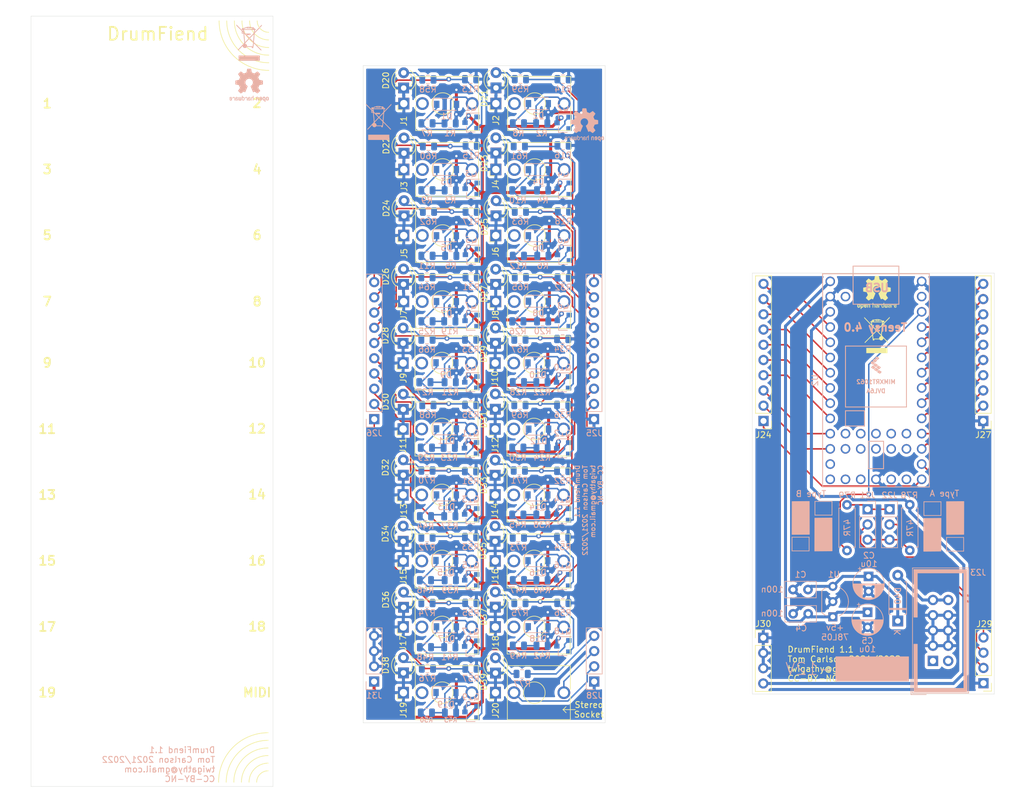
<source format=kicad_pcb>
(kicad_pcb (version 20211014) (generator pcbnew)
  (layers (0 "F.Cu" signal) (31 "B.Cu" signal) (34 "B.Paste" user) (35 "F.Paste" user) (36 "B.SilkS" user "B.Silkscreen") (37 "F.SilkS" user "F.Silkscreen") (38 "B.Mask" user) (39 "F.Mask" user) (44 "Edge.Cuts" user))
  (net 0 "")
  (net 1 "Earth")
  (net 2 "+12V")
  (net 3 "+5V")
  (net 4 "Net-(D1-Pad1)")
  (net 5 "Net-(D2-Pad1)")
  (net 6 "Net-(D3-Pad1)")
  (net 7 "Net-(D4-Pad1)")
  (net 8 "Net-(D5-Pad1)")
  (net 9 "Net-(D6-Pad1)")
  (net 10 "Net-(D7-Pad1)")
  (net 11 "Net-(D8-Pad1)")
  (net 12 "Net-(D9-Pad1)")
  (net 13 "Net-(D10-Pad1)")
  (net 14 "Net-(D11-Pad1)")
  (net 15 "Net-(D12-Pad1)")
  (net 16 "Net-(D13-Pad1)")
  (net 17 "Net-(D14-Pad1)")
  (net 18 "Net-(D15-Pad1)")
  (net 19 "Net-(D16-Pad1)")
  (net 20 "Net-(D17-Pad1)")
  (net 21 "Net-(D18-Pad1)")
  (net 22 "Net-(D19-Pad1)")
  (net 23 "Net-(D20-Pad2)")
  (net 24 "Net-(D21-Pad2)")
  (net 25 "Net-(D22-Pad2)")
  (net 26 "Net-(D23-Pad2)")
  (net 27 "Net-(D24-Pad2)")
  (net 28 "Net-(D25-Pad2)")
  (net 29 "Net-(D26-Pad2)")
  (net 30 "Net-(D27-Pad2)")
  (net 31 "Net-(D28-Pad2)")
  (net 32 "Net-(D29-Pad2)")
  (net 33 "Net-(D30-Pad2)")
  (net 34 "Net-(D31-Pad2)")
  (net 35 "Net-(D32-Pad2)")
  (net 36 "Net-(D33-Pad2)")
  (net 37 "Net-(D34-Pad2)")
  (net 38 "Net-(D35-Pad2)")
  (net 39 "Net-(D36-Pad2)")
  (net 40 "Net-(D37-Pad2)")
  (net 41 "Net-(D38-Pad2)")
  (net 42 "Net-(D39-Pad2)")
  (net 43 "Net-(D40-Pad2)")
  (net 44 "Net-(J1-PadT)")
  (net 45 "Net-(J2-PadT)")
  (net 46 "Net-(J3-PadT)")
  (net 47 "Net-(J4-PadT)")
  (net 48 "Net-(J5-PadT)")
  (net 49 "Net-(J6-PadT)")
  (net 50 "Net-(J7-PadT)")
  (net 51 "Net-(J8-PadT)")
  (net 52 "Net-(J9-PadT)")
  (net 53 "Net-(J10-PadT)")
  (net 54 "Net-(J11-PadT)")
  (net 55 "Net-(J12-PadT)")
  (net 56 "Net-(J13-PadT)")
  (net 57 "Net-(J14-PadT)")
  (net 58 "Net-(J15-PadT)")
  (net 59 "Net-(J16-PadT)")
  (net 60 "Net-(J17-PadT)")
  (net 61 "Net-(J18-PadT)")
  (net 62 "Net-(J19-PadT)")
  (net 63 "MIDI_TIP")
  (net 64 "MIDI_3v3")
  (net 65 "MIDI_RING")
  (net 66 "MIDI_OUT")
  (net 67 "IN_1L")
  (net 68 "IN_1R")
  (net 69 "IN_2L")
  (net 70 "IN_2R")
  (net 71 "IN_3L")
  (net 72 "IN_3R")
  (net 73 "IN_4L")
  (net 74 "IN_4R")
  (net 75 "IN_5L")
  (net 76 "IN_5R")
  (net 77 "IN_6L")
  (net 78 "IN_6R")
  (net 79 "IN_7L")
  (net 80 "IN_7R")
  (net 81 "IN_8L")
  (net 82 "IN_8R")
  (net 83 "IN_9L")
  (net 84 "IN_9R")
  (net 85 "IN_10L")
  (net 86 "+3V3")
  (net 87 "MIDI_LED")
  (net 88 "Net-(R79-Pad1)")
  (footprint "LED_THT:LED_D3.0mm" (layer "F.Cu") (at 23.9522 52.7431 90)
    (fp_text reference "D26")
    (fp_text value "LED")
  )
  (footprint "LED_THT:LED_D3.0mm" (layer "F.Cu") (at 39.3192 52.7685 90)
    (fp_text reference "D27")
    (fp_text value "LED")
  )
  (footprint "LED_THT:LED_D3.0mm" (layer "F.Cu") (at 23.8887 62.5856 90)
    (fp_text reference "D28")
    (fp_text value "LED")
  )
  (footprint "LED_THT:LED_D3.0mm" (layer "F.Cu") (at 39.2811 62.5856 90)
    (fp_text reference "D29")
    (fp_text value "LED")
  )
  (footprint "LED_THT:LED_D3.0mm" (layer "F.Cu") (at 23.9141 73.6092 90)
    (fp_text reference "D30")
    (fp_text value "LED")
  )
  (footprint "LED_THT:LED_D3.0mm" (layer "F.Cu") (at 39.2557 73.5838 90)
    (fp_text reference "D31")
    (fp_text value "LED")
  )
  (footprint "LED_THT:LED_D3.0mm" (layer "F.Cu") (at 23.9141 84.582 90)
    (fp_text reference "D32")
    (fp_text value "LED")
  )
  (footprint "LED_THT:LED_D3.0mm" (layer "F.Cu") (at 39.2303 84.6074 90)
    (fp_text reference "D33")
    (fp_text value "LED")
  )
  (footprint "LED_THT:LED_D3.0mm" (layer "F.Cu") (at 23.9014 95.6183 90)
    (fp_text reference "D34")
    (fp_text value "LED")
  )
  (footprint "LED_THT:LED_D3.0mm" (layer "F.Cu") (at 39.2176 95.6183 90)
    (fp_text reference "D35")
    (fp_text value "LED")
  )
  (footprint "LED_THT:LED_D3.0mm" (layer "F.Cu") (at 23.9649 106.6315 90)
    (fp_text reference "D36")
    (fp_text value "LED")
  )
  (footprint "LED_THT:LED_D3.0mm" (layer "F.Cu") (at 39.2557 106.6038 90)
    (fp_text reference "D37")
    (fp_text value "LED")
  )
  (footprint "LED_THT:LED_D3.0mm" (layer "F.Cu") (at 23.9395 117.5639 90)
    (fp_text reference "D38")
    (fp_text value "LED")
  )
  (footprint "LED_THT:LED_D3.0mm" (layer "F.Cu") (at 39.2811 117.5893 90)
    (fp_text reference "D39")
    (fp_text value "LED")
  )
  (footprint "RS:Jack_3.5mm_QingPu_WQP-PJ398SM_Vertical_CircularHoles" (layer "F.Cu") (at 39.2811 120.8659 90)
    (fp_text reference "J20")
    (fp_text value "AudioJack3")
  )
  (footprint "Connector_Audio:Jack_3.5mm_QingPu_WQP-PJ398SM_Vertical_CircularHoles" (layer "F.Cu") (at 24.003 22.606 90)
    (fp_text reference "J1")
    (fp_text value "AudioJack2")
  )
  (footprint "Connector_Audio:Jack_3.5mm_QingPu_WQP-PJ398SM_Vertical_CircularHoles" (layer "F.Cu") (at 23.9903 44.6151 90)
    (fp_text reference "J5")
    (fp_text value "AudioJack2")
  )
  (footprint "Connector_Audio:Jack_3.5mm_QingPu_WQP-PJ398SM_Vertical_CircularHoles" (layer "F.Cu") (at 39.3319 44.6151 90)
    (fp_text reference "J6")
    (fp_text value "AudioJack2")
  )
  (footprint "Connector_Audio:Jack_3.5mm_QingPu_WQP-PJ398SM_Vertical_CircularHoles" (layer "F.Cu") (at 23.9776 55.626 90)
    (fp_text reference "J7")
    (fp_text value "AudioJack2")
  )
  (footprint "Connector_Audio:Jack_3.5mm_QingPu_WQP-PJ398SM_Vertical_CircularHoles" (layer "F.Cu") (at 39.3192 55.626 90)
    (fp_text reference "J8")
    (fp_text value "AudioJack2")
  )
  (footprint "Connector_Audio:Jack_3.5mm_QingPu_WQP-PJ398SM_Vertical_CircularHoles" (layer "F.Cu") (at 23.8887 65.8876 90)
    (fp_text reference "J9")
    (fp_text value "AudioJack2")
  )
  (footprint "Connector_Audio:Jack_3.5mm_QingPu_WQP-PJ398SM_Vertical_CircularHoles" (layer "F.Cu") (at 39.2303 65.8876 90)
    (fp_text reference "J10")
    (fp_text value "AudioJack2")
  )
  (footprint "Connector_Audio:Jack_3.5mm_QingPu_WQP-PJ398SM_Vertical_CircularHoles" (layer "F.Cu") (at 23.8887 76.8858 90)
    (fp_text reference "J11")
    (fp_text value "AudioJack2")
  )
  (footprint "Connector_Audio:Jack_3.5mm_QingPu_WQP-PJ398SM_Vertical_CircularHoles" (layer "F.Cu") (at 39.2303 76.8858 90)
    (fp_text reference "J12")
    (fp_text value "AudioJack2")
  )
  (footprint "Connector_Audio:Jack_3.5mm_QingPu_WQP-PJ398SM_Vertical_CircularHoles" (layer "F.Cu") (at 23.8887 87.884 90)
    (fp_text reference "J13")
    (fp_text value "AudioJack2")
  )
  (footprint "Connector_Audio:Jack_3.5mm_QingPu_WQP-PJ398SM_Vertical_CircularHoles" (layer "F.Cu") (at 39.2303 87.884 90)
    (fp_text reference "J14")
    (fp_text value "AudioJack2")
  )
  (footprint "Connector_Audio:Jack_3.5mm_QingPu_WQP-PJ398SM_Vertical_CircularHoles" (layer "F.Cu") (at 23.9014 98.8949 90)
    (fp_text reference "J15")
    (fp_text value "AudioJack2")
  )
  (footprint "Connector_Audio:Jack_3.5mm_QingPu_WQP-PJ398SM_Vertical_CircularHoles" (layer "F.Cu") (at 39.243 98.8949 90)
    (fp_text reference "J16")
    (fp_text value "AudioJack2")
  )
  (footprint "Connector_Audio:Jack_3.5mm_QingPu_WQP-PJ398SM_Vertical_CircularHoles" (layer "F.Cu") (at 23.9141 109.9058 90)
    (fp_text reference "J17")
    (fp_text value "AudioJack2")
  )
  (footprint "Connector_Audio:Jack_3.5mm_QingPu_WQP-PJ398SM_Vertical_CircularHoles" (layer "F.Cu") (at 39.2557 109.9058 90)
    (fp_text reference "J18")
    (fp_text value "AudioJack2")
  )
  (footprint "Connector_Audio:Jack_3.5mm_QingPu_WQP-PJ398SM_Vertical_CircularHoles" (layer "F.Cu") (at 23.9395 120.8659 90)
    (fp_text reference "J19")
    (fp_text value "AudioJack2")
  )
  (footprint "Connector_PinHeader_2.54mm:PinHeader_1x10_P2.54mm_Vertical" (layer "F.Cu") (at 83.9597 75.5396 180)
    (fp_text reference "J24")
    (fp_text value "Conn_01x10_Male")
  )
  (footprint "Connector_PinHeader_2.54mm:PinHeader_1x10_P2.54mm_Vertical" (layer "F.Cu") (at 120.5865 75.5396 180)
    (fp_text reference "J27")
    (fp_text value "Conn_01x10_Male")
  )
  (footprint "Connector_PinHeader_2.54mm:PinHeader_1x04_P2.54mm_Vertical" (layer "F.Cu") (at 120.6246 119.2784 180)
    (fp_text reference "J29")
    (fp_text value "Conn_01x04_Male")
  )
  (footprint "MountingHole:MountingHole_3mm" (layer "F.Cu") (at -31.242 18.669)
    (fp_text reference "REF**" hide)
    (fp_text value "MountingHole_3mm")
  )
  (footprint "MountingHole:MountingHole_3mm" (layer "F.Cu") (at -15.875 18.669)
    (fp_text reference "REF**" hide)
    (fp_text value "MountingHole_3mm")
  )
  (footprint "MountingHole:MountingHole_3.2mm_M3" (layer "F.Cu") (at -24.765 22.5933)
    (fp_text reference "REF**" hide)
    (fp_text value "MountingHole_3.2mm_M3")
  )
  (footprint "MountingHole:MountingHole_3.2mm_M3" (layer "F.Cu") (at -9.398 22.733)
    (fp_text reference "REF**" hide)
    (fp_text value "MountingHole_3.2mm_M3")
  )
  (footprint "MountingHole:MountingHole_3.2mm_M3" (layer "F.Cu") (at -24.7015 33.5153)
    (fp_text reference "REF**" hide)
    (fp_text value "MountingHole_3.2mm_M3")
  )
  (footprint "MountingHole:MountingHole_3.2mm_M3" (layer "F.Cu") (at -9.3345 33.655)
    (fp_text reference "REF**" hide)
    (fp_text value "MountingHole_3.2mm_M3")
  )
  (footprint "MountingHole:MountingHole_3mm" (layer "F.Cu") (at -15.8115 29.591)
    (fp_text reference "REF**" hide)
    (fp_text value "MountingHole_3mm")
  )
  (footprint "MountingHole:MountingHole_3mm" (layer "F.Cu") (at -31.1785 29.591)
    (fp_text reference "REF**" hide)
    (fp_text value "MountingHole_3mm")
  )
  (footprint "MountingHole:MountingHole_3.2mm_M3" (layer "F.Cu") (at -24.7015 44.577)
    (fp_text reference "REF**" hide)
    (fp_text value "MountingHole_3.2mm_M3")
  )
  (footprint "MountingHole:MountingHole_3mm" (layer "F.Cu") (at -15.875 40.0685)
    (fp_text reference "REF**" hide)
    (fp_text value "MountingHole_3mm")
  )
  (footprint "MountingHole:MountingHole_3.2mm_M3" (layer "F.Cu") (at -9.3345 44.577)
    (fp_text reference "REF**" hide)
    (fp_text value "MountingHole_3.2mm_M3")
  )
  (footprint "MountingHole:MountingHole_3mm" (layer "F.Cu") (at -31.1785 40.005)
    (fp_text reference "REF**" hide)
    (fp_text value "MountingHole_3mm")
  )
  (footprint "MountingHole:MountingHole_3.2mm_M3" (layer "F.Cu") (at -24.765 55.5625)
    (fp_text reference "REF**" hide)
    (fp_text value "MountingHole_3.2mm_M3")
  )
  (footprint "MountingHole:MountingHole_3.2mm_M3" (layer "F.Cu") (at -9.398 55.5625)
    (fp_text reference "REF**" hide)
    (fp_text value "MountingHole_3.2mm_M3")
  )
  (footprint "MountingHole:MountingHole_3mm" (layer "F.Cu") (at -15.9385 51.435)
    (fp_text reference "REF**" hide)
    (fp_text value "MountingHole_3mm")
  )
  (footprint "MountingHole:MountingHole_3mm" (layer "F.Cu") (at -31.3055 51.435)
    (fp_text reference "REF**" hide)
    (fp_text value "MountingHole_3mm")
  )
  (footprint "MountingHole:MountingHole_3.2mm_M3" (layer "F.Cu") (at -9.398 65.8495)
    (fp_text reference "REF**" hide)
    (fp_text value "MountingHole_3.2mm_M3")
  )
  (footprint "MountingHole:MountingHole_3mm" (layer "F.Cu") (at -16.002 61.2775)
    (fp_text reference "REF**" hide)
    (fp_text value "MountingHole_3mm")
  )
  (footprint "MountingHole:MountingHole_3mm" (layer "F.Cu") (at -31.369 61.2775)
    (fp_text reference "REF**" hide)
    (fp_text value "MountingHole_3mm")
  )
  (footprint "MountingHole:MountingHole_3.2mm_M3" (layer "F.Cu") (at -24.765 65.8495)
    (fp_text reference "REF**" hide)
    (fp_text value "MountingHole_3.2mm_M3")
  )
  (footprint "MountingHole:MountingHole_3.2mm_M3" (layer "F.Cu") (at -9.398 76.835)
    (fp_text reference "REF**" hide)
    (fp_text value "MountingHole_3.2mm_M3")
  )
  (footprint "MountingHole:MountingHole_3mm" (layer "F.Cu") (at -15.9385 72.3265)
    (fp_text reference "REF**" hide)
    (fp_text value "MountingHole_3mm")
  )
  (footprint "MountingHole:MountingHole_3mm" (layer "F.Cu") (at -31.3055 72.3265)
    (fp_text reference "REF**" hide)
    (fp_text value "MountingHole_3mm")
  )
  (footprint "MountingHole:MountingHole_3.2mm_M3" (layer "F.Cu") (at -24.765 76.835)
    (fp_text reference "REF**" hide)
    (fp_text value "MountingHole_3.2mm_M3")
  )
  (footprint "MountingHole:MountingHole_3.2mm_M3" (layer "F.Cu") (at -9.398 87.8205)
    (fp_text reference "REF**" hide)
    (fp_text value "MountingHole_3.2mm_M3")
  )
  (footprint "MountingHole:MountingHole_3mm" (layer "F.Cu") (at -15.9385 83.312)
    (fp_text reference "REF**" hide)
    (fp_text value "MountingHole_3mm")
  )
  (footprint "MountingHole:MountingHole_3mm" (layer "F.Cu") (at -31.3055 83.312)
    (fp_text reference "REF**" hide)
    (fp_text value "MountingHole_3mm")
  )
  (footprint "MountingHole:MountingHole_3.2mm_M3" (layer "F.Cu") (at -24.765 87.884)
    (fp_text reference "REF**" hide)
    (fp_text value "MountingHole_3.2mm_M3")
  )
  (footprint "MountingHole:MountingHole_3.2mm_M3" (layer "F.Cu") (at -24.765 98.8695)
    (fp_text reference "REF**" hide)
    (fp_text value "MountingHole_3.2mm_M3")
  )
  (footprint "MountingHole:MountingHole_3mm" (layer "F.Cu") (at -31.3055 94.361)
    (fp_text reference "REF**" hide)
    (fp_text value "MountingHole_3mm")
  )
  (footprint "MountingHole:MountingHole_3.2mm_M3" (layer "F.Cu") (at -9.398 98.8695)
    (fp_text reference "REF**" hide)
    (fp_text value "MountingHole_3.2mm_M3")
  )
  (footprint "MountingHole:MountingHole_3mm" (layer "F.Cu") (at -15.9385 94.361)
    (fp_text reference "REF**" hide)
    (fp_text value "MountingHole_3mm")
  )
  (footprint "MountingHole:MountingHole_3mm" (layer "F.Cu") (at -15.875 105.3465)
    (fp_text reference "REF**" hide)
    (fp_text value "MountingHole_3mm")
  )
  (footprint "MountingHole:MountingHole_3.2mm_M3" (layer "F.Cu") (at -24.765 109.855)
    (fp_text reference "REF**" hide)
    (fp_text value "MountingHole_3.2mm_M3")
  )
  (footprint "MountingHole:MountingHole_3.2mm_M3" (layer "F.Cu") (at -9.398 109.855)
    (fp_text reference "REF**" hide)
    (fp_text value "MountingHole_3.2mm_M3")
  )
  (footprint "MountingHole:MountingHole_3mm" (layer "F.Cu") (at -31.242 105.3465)
    (fp_text reference "REF**" hide)
    (fp_text value "MountingHole_3mm")
  )
  (footprint "MountingHole:MountingHole_3.2mm_M3" (layer "F.Cu") (at -9.398 120.8405)
    (fp_text reference "REF**" hide)
    (fp_text value "MountingHole_3.2mm_M3")
  )
  (footprint "MountingHole:MountingHole_3.2mm_M3" (layer "F.Cu") (at -24.765 120.8405)
    (fp_text reference "REF**" hide)
    (fp_text value "MountingHole_3.2mm_M3")
  )
  (footprint "MountingHole:MountingHole_3mm" (layer "F.Cu") (at -31.3055 116.2685)
    (fp_text reference "REF**" hide)
    (fp_text value "MountingHole_3mm")
  )
  (footprint "MountingHole:MountingHole_3mm" (layer "F.Cu") (at -15.9385 116.2685)
    (fp_text reference "REF**" hide)
    (fp_text value "MountingHole_3mm")
  )
  (footprint "MountingHole:MountingHole_3.2mm_M3" (layer "F.Cu") (at -30.607 10.9347)
    (fp_text reference "REF**" hide)
    (fp_text value "MountingHole_3.2mm_M3")
  )
  (footprint "MountingHole:MountingHole_3.2mm_M3" (layer "F.Cu") (at -30.6705 133.5913 180)
    (fp_text reference "REF**" hide)
    (fp_text value "MountingHole_3.2mm_M3")
  )
  (footprint "Connector_PinHeader_2.54mm:PinHeader_1x04_P2.54mm_Vertical" (layer "F.Cu") (at 83.9216 111.7092)
    (fp_text reference "J30")
    (fp_text value "Conn_01x04_Male")
  )
  (footprint "LED_THT:LED_D3.0mm" (layer "F.Cu") (at 23.9776 20.0152 90)
    (fp_text reference "D20")
    (fp_text value "LED")
  )
  (footprint "LED_THT:LED_D3.0mm" (layer "F.Cu") (at 39.37 19.9898 90)
    (fp_text reference "D21")
    (fp_text value "LED")
  )
  (footprint "Connector_Audio:Jack_3.5mm_QingPu_WQP-PJ398SM_Vertical_CircularHoles" (layer "F.Cu") (at 39.3446 22.606 90)
    (fp_text reference "J2")
    (fp_text value "AudioJack2")
  )
  (footprint "LED_THT:LED_D3.0mm" (layer "F.Cu") (at 24.0411 41.3385 90)
    (fp_text reference "D24")
    (fp_text value "LED")
  )
  (footprint "LED_THT:LED_D3.0mm" (layer "F.Cu") (at 24.0284 30.8864 90)
    (fp_text reference "D22")
    (fp_text value "LED")
  )
  (footprint "LED_THT:LED_D3.0mm" (layer "F.Cu") (at 39.3446 30.861 90)
    (fp_text reference "D23")
    (fp_text value "LED")
  )
  (footprint "LED_THT:LED_D3.0mm" (layer "F.Cu") (at 39.3827 41.3385 90)
    (fp_text reference "D25")
    (fp_text value "LED")
  )
  (footprint "Connector_Audio:Jack_3.5mm_QingPu_WQP-PJ398SM_Vertical_CircularHoles" (layer "F.Cu") (at 24.003 33.6042 90)
    (fp_text reference "J3")
    (fp_text value "AudioJack2")
  )
  (footprint "Connector_Audio:Jack_3.5mm_QingPu_WQP-PJ398SM_Vertical_CircularHoles" (layer "F.Cu") (at 39.3446 33.6042 90)
    (fp_text reference "J4")
    (fp_text value "AudioJack2")
  )
  (footprint "Symbol:WEEE-Logo_4.2x6mm_SilkScreen" (layer "F.Cu") (at 102.87 61.214)
    (fp_text reference "REF**" hide)
    (fp_text value "WEEE-Logo_4.2x6mm_SilkScreen" hide)
  )
  (footprint "Symbol:OSHW-Logo2_7.3x6mm_SilkScreen" (layer "F.Cu") (at 102.87 54.102)
    (fp_text reference "REF**" hide)
    (fp_text value "OSHW-Logo2_7.3x6mm_SilkScreen" hide)
  )
  (footprint "Capacitor_THT:C_Disc_D5.0mm_W2.5mm_P2.50mm" (layer "B.Cu") (at 91.3765 103.6701 180)
    (fp_text reference "C1")
    (fp_text value "100n")
  )
  (footprint "Capacitor_THT:C_Disc_D5.0mm_W2.5mm_P2.50mm" (layer "B.Cu") (at 91.4019 107.7087 180)
    (fp_text reference "C4")
    (fp_text value "100n")
  )
  (footprint "Capacitor_THT:CP_Radial_D5.0mm_P2.50mm" (layer "B.Cu") (at 101.3079 107.4547 -90)
    (fp_text reference "C5")
    (fp_text value "10u")
  )
  (footprint "Diode_SMD:D_SOD-123" (layer "B.Cu") (at 31.114 44.6405)
    (fp_text reference "D5")
    (fp_text value "1N4148W")
  )
  (footprint "Diode_SMD:D_SOD-123" (layer "B.Cu") (at 46.4185 44.6405)
    (fp_text reference "D6")
    (fp_text value "1N4148W")
  )
  (footprint "Diode_SMD:D_SOD-123" (layer "B.Cu") (at 31.115 55.626)
    (fp_text reference "D7")
    (fp_text value "1N4148W")
  )
  (footprint "Diode_SMD:D_SOD-123" (layer "B.Cu") (at 46.4312 55.5752)
    (fp_text reference "D8")
    (fp_text value "1N4148W")
  )
  (footprint "Diode_SMD:D_SOD-123" (layer "B.Cu") (at 31.0261 65.8368)
    (fp_text reference "D9")
    (fp_text value "1N4148W")
  )
  (footprint "Diode_SMD:D_SOD-123" (layer "B.Cu") (at 46.354 65.8622)
    (fp_text reference "D10")
    (fp_text value "1N4148W")
  )
  (footprint "Diode_SMD:D_SOD-123" (layer "B.Cu") (at 31.114 76.8604)
    (fp_text reference "D11")
    (fp_text value "1N4148W")
  )
  (footprint "Diode_SMD:D_SOD-123" (layer "B.Cu") (at 46.482 76.9112)
    (fp_text reference "D12")
    (fp_text value "1N4148W")
  )
  (footprint "Diode_SMD:D_SOD-123" (layer "B.Cu") (at 31.114 87.884)
    (fp_text reference "D13")
    (fp_text value "1N4148W")
  )
  (footprint "Diode_SMD:D_SOD-123" (layer "B.Cu") (at 46.354 87.884)
    (fp_text reference "D14")
    (fp_text value "1N4148W")
  )
  (footprint "Diode_SMD:D_SOD-123" (layer "B.Cu") (at 31.0134 98.8187)
    (fp_text reference "D15")
    (fp_text value "1N4148W")
  )
  (footprint "Diode_SMD:D_SOD-123" (layer "B.Cu") (at 46.354 98.8441)
    (fp_text reference "D16")
    (fp_text value "1N4148W")
  )
  (footprint "Diode_SMD:D_SOD-123" (layer "B.Cu") (at 31.114 109.8804)
    (fp_text reference "D17")
    (fp_text value "1N4148W")
  )
  (footprint "Diode_SMD:D_SOD-123" (layer "B.Cu") (at 46.3931 109.855)
    (fp_text reference "D18")
    (fp_text value "1N4148W")
  )
  (footprint "Diode_SMD:D_SOD-123" (layer "B.Cu") (at 31.0261 120.8405)
    (fp_text reference "D19")
    (fp_text value "1N4148W")
  )
  (footprint "Diode_THT:D_A-405_P7.62mm_Horizontal" (layer "B.Cu") (at 106.3371 108.9025 90)
    (fp_text reference "D40")
    (fp_text value "D_Schottky")
  )
  (footprint "Connector_PinHeader_2.54mm:PinHeader_1x03_P2.54mm_Vertical" (layer "B.Cu") (at 101.3079 90.2716 180)
    (fp_text reference "J21")
    (fp_text value "Conn_01x03_Male")
  )
  (footprint "Connector_PinHeader_2.54mm:PinHeader_1x03_P2.54mm_Vertical" (layer "B.Cu") (at 104.9655 90.2716 180)
    (fp_text reference "J22")
    (fp_text value "Conn_01x03_Male")
  )
  (footprint "Connector_IDC:IDC-Header_2x05_P2.54mm_Vertical" (layer "B.Cu") (at 112.2045 115.57)
    (fp_text reference "J23")
    (fp_text value "Conn_02x05_Odd_Even")
  )
  (footprint "Connector_PinHeader_2.54mm:PinHeader_1x10_P2.54mm_Vertical" (layer "B.Cu") (at 55.7022 75.2475)
    (fp_text reference "J25")
    (fp_text value "Conn_01x10_Male")
  )
  (footprint "Package_TO_SOT_SMD:SOT-23" (layer "B.Cu") (at 35.2044 25.781 180)
    (fp_text reference "Q1")
    (fp_text value "MMBT3904")
  )
  (footprint "Package_TO_SOT_SMD:SOT-23" (layer "B.Cu") (at 35.2679 47.8155 180)
    (fp_text reference "Q5")
    (fp_text value "MMBT3904")
  )
  (footprint "Package_TO_SOT_SMD:SOT-23" (layer "B.Cu") (at 50.6095 47.8409 180)
    (fp_text reference "Q6")
    (fp_text value "MMBT3904")
  )
  (footprint "Package_TO_SOT_SMD:SOT-23" (layer "B.Cu") (at 35.2044 58.8264 180)
    (fp_text reference "Q7")
    (fp_text value "MMBT3904")
  )
  (footprint "Package_TO_SOT_SMD:SOT-23" (layer "B.Cu") (at 50.5714 58.8264 180)
    (fp_text reference "Q8")
    (fp_text value "MMBT3904")
  )
  (footprint "Package_TO_SOT_SMD:SOT-23" (layer "B.Cu") (at 35.1663 69.088 180)
    (fp_text reference "Q9")
    (fp_text value "MMBT3904")
  )
  (footprint "Package_TO_SOT_SMD:SOT-23" (layer "B.Cu") (at 50.4571 69.1134 180)
    (fp_text reference "Q10")
    (fp_text value "MMBT3904")
  )
  (footprint "Package_TO_SOT_SMD:SOT-23" (layer "B.Cu") (at 35.1155 80.0862 180)
    (fp_text reference "Q11")
    (fp_text value "MMBT3904")
  )
  (footprint "Package_TO_SOT_SMD:SOT-23" (layer "B.Cu") (at 50.4825 80.1116 180)
    (fp_text reference "Q12")
    (fp_text value "MMBT3904")
  )
  (footprint "Package_TO_SOT_SMD:SOT-23" (layer "B.Cu") (at 35.1409 91.1098 180)
    (fp_text reference "Q13")
    (fp_text value "MMBT3904")
  )
  (footprint "Package_TO_SOT_SMD:SOT-23" (layer "B.Cu") (at 50.4571 91.1352 180)
    (fp_text reference "Q14")
    (fp_text value "MMBT3904")
  )
  (footprint "Package_TO_SOT_SMD:SOT-23" (layer "B.Cu") (at 35.1536 102.0953 180)
    (fp_text reference "Q15")
    (fp_text value "MMBT3904")
  )
  (footprint "Package_TO_SOT_SMD:SOT-23" (layer "B.Cu") (at 50.4698 102.0953 180)
    (fp_text reference "Q16")
    (fp_text value "MMBT3904")
  )
  (footprint "Package_TO_SOT_SMD:SOT-23" (layer "B.Cu") (at 35.1409 113.157 180)
    (fp_text reference "Q17")
    (fp_text value "MMBT3904")
  )
  (footprint "Package_TO_SOT_SMD:SOT-23" (layer "B.Cu") (at 35.1917 124.0917 180)
    (fp_text reference "Q19")
    (fp_text value "MMBT3904")
  )
  (footprint "Resistor_SMD:R_0805_2012Metric" (layer "B.Cu") (at 31.8285 48.006)
    (fp_text reference "R5")
    (fp_text value "100k")
  )
  (footprint "Resistor_SMD:R_0805_2012Metric" (layer "B.Cu") (at 47.1805 48.006)
    (fp_text reference "R6")
    (fp_text value "100k")
  )
  (footprint "Resistor_SMD:R_0805_2012Metric" (layer "B.Cu") (at 27.8615 48.006)
    (fp_text reference "R11")
    (fp_text value "10k")
  )
  (footprint "Resistor_SMD:R_0805_2012Metric" (layer "B.Cu") (at 43.1015 48.006)
    (fp_text reference "R12")
    (fp_text value "10k")
  )
  (footprint "Resistor_SMD:R_0805_2012Metric" (layer "B.Cu") (at 35.2275 40.64)
    (fp_text reference "R17")
    (fp_text value "10k")
  )
  (footprint "Resistor_SMD:R_0805_2012Metric" (layer "B.Cu") (at 50.6095 40.6019)
    (fp_text reference "R18")
    (fp_text value "10k")
  )
  (footprint "Resistor_SMD:R_0805_2012Metric" (layer "B.Cu") (at 31.6715 58.928)
    (fp_text reference "R19")
    (fp_text value "100k")
  )
  (footprint "Resistor_SMD:R_0805_2012Metric" (layer "B.Cu") (at 47.1424 58.928)
    (fp_text reference "R20")
    (fp_text value "100k")
  )
  (footprint "Resistor_SMD:R_0805_2012Metric" (layer "B.Cu") (at 31.735 69.088)
    (fp_text reference "R21")
    (fp_text value "100k")
  )
  (footprint "Resistor_SMD:R_0805_2012Metric" (layer "B.Cu") (at 47.0281 69.088)
    (fp_text reference "R22")
    (fp_text value "100k")
  )
  (footprint "Resistor_SMD:R_0805_2012Metric" (layer "B.Cu") (at 31.5745 80.01)
    (fp_text reference "R23")
    (fp_text value "100k")
  )
  (footprint "Resistor_SMD:R_0805_2012Metric" (layer "B.Cu") (at 47.0535 80.01)
    (fp_text reference "R24")
    (fp_text value "100k")
  )
  (footprint "Resistor_SMD:R_0805_2012Metric" (layer "B.Cu") (at 27.8615 58.928)
    (fp_text reference "R25")
    (fp_text value "10k")
  )
  (footprint "Resistor_SMD:R_0805_2012Metric" (layer "B.Cu") (at 43.0045 58.928)
    (fp_text reference "R26")
    (fp_text value "10k")
  )
  (footprint "Resistor_SMD:R_0805_2012Metric" (layer "B.Cu") (at 27.5105 69.088)
    (fp_text reference "R27")
    (fp_text value "10k")
  )
  (footprint "Resistor_SMD:R_0805_2012Metric" (layer "B.Cu") (at 43.1015 69.088)
    (fp_text reference "R28")
    (fp_text value "10k")
  )
  (footprint "Resistor_SMD:R_0805_2012Metric" (layer "B.Cu") (at 27.7645 80.01)
    (fp_text reference "R29")
    (fp_text value "10k")
  )
  (footprint "Resistor_SMD:R_0805_2012Metric" (layer "B.Cu") (at 43.0045 80.01)
    (fp_text reference "R30")
    (fp_text value "10k")
  )
  (footprint "Resistor_SMD:R_0805_2012Metric" (layer "B.Cu") (at 35.2275 51.562)
    (fp_text reference "R31")
    (fp_text value "10k")
  )
  (footprint "Resistor_SMD:R_0805_2012Metric" (layer "B.Cu") (at 50.5714 51.6128)
    (fp_text reference "R32")
    (fp_text value "10k")
  )
  (footprint "Resistor_SMD:R_0805_2012Metric" (layer "B.Cu") (at 35.1409 61.976)
    (fp_text reference "R33")
    (fp_text value "10k")
  )
  (footprint "Resistor_SMD:R_0805_2012Metric" (layer "B.Cu") (at 50.4825 61.8744)
    (fp_text reference "R34")
    (fp_text value "10k")
  )
  (footprint "Resistor_SMD:R_0805_2012Metric" (layer "B.Cu") (at 35.1409 72.8726)
    (fp_text reference "R35")
    (fp_text value "10k")
  )
  (footprint "Resistor_SMD:R_0805_2012Metric" (layer "B.Cu") (at 50.4825 72.8726)
    (fp_text reference "R36")
    (fp_text value "10k")
  )
  (footprint "Resistor_SMD:R_0805_2012Metric" (layer "B.Cu") (at 31.6715 91.44)
    (fp_text reference "R37")
    (fp_text value "100k")
  )
  (footprint "Resistor_SMD:R_0805_2012Metric" (layer "B.Cu") (at 47.0281 91.186)
    (fp_text reference "R38")
    (fp_text value "100k")
  )
  (footprint "Resistor_SMD:R_0805_2012Metric" (layer "B.Cu") (at 31.75 102.108)
    (fp_text reference "R39")
    (fp_text value "100k")
  )
  (footprint "Resistor_SMD:R_0805_2012Metric" (layer "B.Cu") (at 47.0385 102.108)
    (fp_text reference "R40")
    (fp_text value "100k")
  )
  (footprint "Resistor_SMD:R_0805_2012Metric" (layer "B.Cu") (at 31.6715 113.284)
    (fp_text reference "R41")
    (fp_text value "100k")
  )
  (footprint "Resistor_SMD:R_0805_2012Metric" (layer "B.Cu") (at 47.0535 113.03)
    (fp_text reference "R42")
    (fp_text value "100k")
  )
  (footprint "Resistor_SMD:R_0805_2012Metric" (layer "B.Cu") (at 27.6075 91.44)
    (fp_text reference "R44")
    (fp_text value "10k")
  )
  (footprint "Resistor_SMD:R_0805_2012Metric" (layer "B.Cu") (at 43.0045 91.186)
    (fp_text reference "R45")
    (fp_text value "10k")
  )
  (footprint "Resistor_SMD:R_0805_2012Metric" (layer "B.Cu") (at 27.6075 102.108)
    (fp_text reference "R46")
    (fp_text value "10k")
  )
  (footprint "Resistor_SMD:R_0805_2012Metric" (layer "B.Cu") (at 43.1015 102.108)
    (fp_text reference "R47")
    (fp_text value "10k")
  )
  (footprint "Resistor_SMD:R_0805_2012Metric" (layer "B.Cu") (at 27.6075 113.284)
    (fp_text reference "R48")
    (fp_text value "10k")
  )
  (footprint "Resistor_SMD:R_0805_2012Metric" (layer "B.Cu") (at 43.1015 113.03)
    (fp_text reference "R49")
    (fp_text value "10k")
  )
  (footprint "Resistor_SMD:R_0805_2012Metric" (layer "B.Cu") (at 27.7645 124.206)
    (fp_text reference "R50")
    (fp_text value "10k")
  )
  (footprint "Resistor_SMD:R_0805_2012Metric" (layer "B.Cu") (at 35.1155 83.9216)
    (fp_text reference "R51")
    (fp_text value "10k")
  )
  (footprint "Resistor_SMD:R_0805_2012Metric" (layer "B.Cu") (at 50.4825 83.8708)
    (fp_text reference "R52")
    (fp_text value "10k")
  )
  (footprint "Resistor_SMD:R_0805_2012Metric" (layer "B.Cu") (at 35.1282 94.9071)
    (fp_text reference "R53")
    (fp_text value "10k")
  )
  (footprint "Resistor_SMD:R_0805_2012Metric" (layer "B.Cu") (at 50.4698 94.9071)
    (fp_text reference "R54")
    (fp_text value "10k")
  )
  (footprint "Resistor_SMD:R_0805_2012Metric" (layer "B.Cu") (at 35.1663 105.8926)
    (fp_text reference "R55")
    (fp_text value "10k")
  )
  (footprint "Resistor_SMD:R_0805_2012Metric" (layer "B.Cu") (at 50.5079 105.8926)
    (fp_text reference "R56")
    (fp_text value "10k")
  )
  (footprint "Resistor_SMD:R_0805_2012Metric" (layer "B.Cu") (at 35.1917 116.8527)
    (fp_text reference "R57")
    (fp_text value "10k")
  )
  (footprint "Resistor_SMD:R_0805_2012Metric" (layer "B.Cu") (at 28.1155 40.64)
    (fp_text reference "R62")
    (fp_text value "4.7k")
  )
  (footprint "Resistor_SMD:R_0805_2012Metric" (layer "B.Cu") (at 43.434 40.64)
    (fp_text reference "R63")
    (fp_text value "4.7k")
  )
  (footprint "Resistor_SMD:R_0805_2012Metric" (layer "B.Cu") (at 27.8615 51.562)
    (fp_text reference "R64")
    (fp_text value "4.7k")
  )
  (footprint "Resistor_SMD:R_0805_2012Metric" (layer "B.Cu") (at 43.434 51.562)
    (fp_text reference "R65")
    (fp_text value "4.7k")
  )
  (footprint "Resistor_SMD:R_0805_2012Metric" (layer "B.Cu") (at 27.8615 61.976)
    (fp_text reference "R66")
    (fp_text value "4.7k")
  )
  (footprint "Resistor_SMD:R_0805_2012Metric" (layer "B.Cu") (at 43.3555 61.976)
    (fp_text reference "R67")
    (fp_text value "4.7k")
  )
  (footprint "Resistor_SMD:R_0805_2012Metric" (layer "B.Cu") (at 28.0185 72.898)
    (fp_text reference "R68")
    (fp_text value "4.7k")
  )
  (footprint "Resistor_SMD:R_0805_2012Metric" (layer "B.Cu") (at 43.3555 72.898)
    (fp_text reference "R69")
    (fp_text value "4.7k")
  )
  (footprint "Resistor_SMD:R_0805_2012Metric" (layer "B.Cu") (at 43.2585 83.82)
    (fp_text reference "R71")
    (fp_text value "4.7k")
  )
  (footprint "Resistor_SMD:R_0805_2012Metric" (layer "B.Cu") (at 27.8615 94.996)
    (fp_text reference "R72")
    (fp_text value "4.7k")
  )
  (footprint "Resistor_SMD:R_0805_2012Metric" (layer "B.Cu") (at 43.1015 94.996)
    (fp_text reference "R73")
    (fp_text value "4.7k")
  )
  (footprint "Resistor_SMD:R_0805_2012Metric" (layer "B.Cu") (at 27.8615 105.918)
    (fp_text reference "R74")
    (fp_text value "4.7k")
  )
  (footprint "Resistor_SMD:R_0805_2012Metric" (layer "B.Cu") (at 43.3555 105.918)
    (fp_text reference "R75")
    (fp_text value "4.7k")
  )
  (footprint "Resistor_SMD:R_0805_2012Metric" (layer "B.Cu") (at 43.7261 117.7417)
    (fp_text reference "R77")
    (fp_text value "4.7k")
  )
  (footprint "Resistor_THT:R_Axial_DIN0207_L6.3mm_D2.5mm_P7.62mm_Horizontal" (layer "B.Cu") (at 108.3437 89.5096 -90)
    (fp_text reference "R78")
    (fp_text value "47R")
  )
  (footprint "Resistor_THT:R_Axial_DIN0207_L6.3mm_D2.5mm_P7.62mm_Horizontal" (layer "B.Cu") (at 97.8789 97.155 90)
    (fp_text reference "R79")
    (fp_text value "47R")
  )
  (footprint "Package_TO_SOT_THT:TO-92_Inline_Wide" (layer "B.Cu") (at 95.5167 108.2167 90)
    (fp_text reference "U1")
    (fp_text value "L78L05_TO92")
  )
  (footprint "Package_TO_SOT_SMD:SOT-23" (layer "B.Cu") (at 50.5079 113.1062 180)
    (fp_text reference "Q18")
    (fp_text value "MMBT3904")
  )
  (footprint "Resistor_SMD:R_0805_2012Metric" (layer "B.Cu") (at 27.8615 83.82)
    (fp_text reference "R70")
    (fp_text value "4.7k")
  )
  (footprint "Resistor_SMD:R_0805_2012Metric" (layer "B.Cu") (at 27.94 116.84)
    (fp_text reference "R76")
    (fp_text value "4.7k")
  )
  (footprint "Connector_PinHeader_2.54mm:PinHeader_1x10_P2.54mm_Vertical" (layer "B.Cu") (at 19.0754 75.2475)
    (fp_text reference "J26")
    (fp_text value "Conn_01x10_Male")
  )
  (footprint "Connector_PinHeader_2.54mm:PinHeader_1x04_P2.54mm_Vertical" (layer "B.Cu") (at 55.7403 119.0117)
    (fp_text reference "J28")
    (fp_text value "Conn_01x04_Male")
  )
  (footprint "Divergent:Teensy40" (layer "B.Cu") (at 102.7049 68.7705 -90)
    (fp_text reference "U2")
    (fp_text value "Teensy3.2")
  )
  (footprint "Connector_PinHeader_2.54mm:PinHeader_1x04_P2.54mm_Vertical" (layer "B.Cu") (at 19.05 119.0117)
    (fp_text reference "J31")
    (fp_text value "Conn_01x04_Male")
  )
  (footprint "Resistor_SMD:R_0805_2012Metric" (layer "B.Cu") (at 31.7881 124.206)
    (fp_text reference "R43")
    (fp_text value "100k")
  )
  (footprint "Capacitor_THT:CP_Radial_D5.0mm_P2.50mm" (layer "B.Cu") (at 101.473 101.473 -90)
    (fp_text reference "C2")
    (fp_text value "10u")
  )
  (footprint "Package_TO_SOT_SMD:SOT-23" (layer "B.Cu") (at 50.546 25.8318 180)
    (fp_text reference "Q2")
    (fp_text value "MMBT3904")
  )
  (footprint "Resistor_SMD:R_0805_2012Metric" (layer "B.Cu") (at 50.546 18.542)
    (fp_text reference "R14")
    (fp_text value "10k")
  )
  (footprint "Resistor_SMD:R_0805_2012Metric" (layer "B.Cu") (at 31.7246 25.908)
    (fp_text reference "R1")
    (fp_text value "100k")
  )
  (footprint "Resistor_SMD:R_0805_2012Metric" (layer "B.Cu") (at 46.99 25.908)
    (fp_text reference "R2")
    (fp_text value "100k")
  )
  (footprint "Resistor_SMD:R_0805_2012Metric" (layer "B.Cu") (at 43.1015 25.908)
    (fp_text reference "R8")
    (fp_text value "10k")
  )
  (footprint "Resistor_SMD:R_0805_2012Metric" (layer "B.Cu") (at 27.8615 25.908)
    (fp_text reference "R7")
    (fp_text value "10k")
  )
  (footprint "Resistor_SMD:R_0805_2012Metric" (layer "B.Cu") (at 35.1305 18.542)
    (fp_text reference "R13")
    (fp_text value "10k")
  )
  (footprint "Resistor_SMD:R_0805_2012Metric" (layer "B.Cu") (at 28.0185 18.5928)
    (fp_text reference "R58")
    (fp_text value "4.7k")
  )
  (footprint "Resistor_SMD:R_0805_2012Metric" (layer "B.Cu") (at 43.434 18.542)
    (fp_text reference "R59")
    (fp_text value "4.7k")
  )
  (footprint "Diode_SMD:D_SOD-123" (layer "B.Cu") (at 31.1404 22.733)
    (fp_text reference "D1")
    (fp_text value "1N4148W")
  )
  (footprint "Diode_SMD:D_SOD-123" (layer "B.Cu") (at 46.4312 22.606)
    (fp_text reference "D2")
    (fp_text value "1N4148W")
  )
  (footprint "Package_TO_SOT_SMD:SOT-23" (layer "B.Cu") (at 35.2298 36.8046 180)
    (fp_text reference "Q3")
    (fp_text value "MMBT3904")
  )
  (footprint "Package_TO_SOT_SMD:SOT-23" (layer "B.Cu") (at 50.5714 36.8046 180)
    (fp_text reference "Q4")
    (fp_text value "MMBT3904")
  )
  (footprint "Resistor_SMD:R_0805_2012Metric" (layer "B.Cu") (at 47.1424 37.084)
    (fp_text reference "R4")
    (fp_text value "100k")
  )
  (footprint "Resistor_SMD:R_0805_2012Metric" (layer "B.Cu") (at 35.2298 29.6164)
    (fp_text reference "R15")
    (fp_text value "10k")
  )
  (footprint "Resistor_SMD:R_0805_2012Metric" (layer "B.Cu") (at 31.75 37.084)
    (fp_text reference "R3")
    (fp_text value "100k")
  )
  (footprint "Resistor_SMD:R_0805_2012Metric" (layer "B.Cu") (at 27.8615 37.084)
    (fp_text reference "R9")
    (fp_text value "10k")
  )
  (footprint "Resistor_SMD:R_0805_2012Metric" (layer "B.Cu") (at 43.0045 37.084)
    (fp_text reference "R10")
    (fp_text value "10k")
  )
  (footprint "Resistor_SMD:R_0805_2012Metric" (layer "B.Cu") (at 50.546 29.591)
    (fp_text reference "R16")
    (fp_text value "10k")
  )
  (footprint "Resistor_SMD:R_0805_2012Metric" (layer "B.Cu") (at 43.2585 29.718)
    (fp_text reference "R61")
    (fp_text value "4.7k")
  )
  (footprint "Resistor_SMD:R_0805_2012Metric" (layer "B.Cu") (at 28.1155 29.718)
    (fp_text reference "R60")
    (fp_text value "4.7k")
  )
  (footprint "Diode_SMD:D_SOD-123" (layer "B.Cu") (at 46.4312 33.6296)
    (fp_text reference "D4")
    (fp_text value "1N4148W")
  )
  (footprint "Diode_SMD:D_SOD-123" (layer "B.Cu") (at 31.116 33.6042)
    (fp_text reference "D3")
    (fp_text value "1N4148W")
  )
  (footprint "Symbol:WEEE-Logo_4.2x6mm_SilkScreen" (layer "B.Cu") (at -1.778 12.446 180)
    (fp_text reference "REF**" hide)
    (fp_text value "WEEE-Logo_4.2x6mm_SilkScreen" hide)
  )
  (footprint "Symbol:OSHW-Logo2_7.3x6mm_SilkScreen" (layer "B.Cu") (at -1.778 19.558 180)
    (fp_text reference "REF**" hide)
    (fp_text value "OSHW-Logo2_7.3x6mm_SilkScreen" hide)
  )
  (footprint "Symbol:WEEE-Logo_4.2x6mm_SilkScreen" (layer "B.Cu") (at 19.812 25.654 180)
    (fp_text reference "REF**" hide)
    (fp_text value "WEEE-Logo_4.2x6mm_SilkScreen" hide)
  )
  (footprint "Symbol:OSHW-Logo2_7.3x6mm_SilkScreen" (layer "B.Cu") (at 54.102 26.162 180)
    (fp_text reference "REF**" hide)
    (fp_text value "OSHW-Logo2_7.3x6mm_SilkScreen" hide)
  )
  (gr_poly (pts (xy 114.47145 94.488) (xy 117.348 94.4626) (xy 117.3607 88.9762) (xy 114.45875 89.0016)) (layer "B.SilkS") (width 0.1) (fill solid))
  (gr_line (start 114.4778 94.9706) (end 114.4778 97.2566) (layer "B.SilkS") (width 0.12))
  (gr_line (start 113.538 89.027) (end 113.538 91.313) (layer "B.SilkS") (width 0.12))
  (gr_line (start 110.6932 89.027) (end 110.6932 91.313) (layer "B.SilkS") (width 0.12))
  (gr_line (start 110.6932 89.027) (end 113.538 89.027) (layer "B.SilkS") (width 0.12))
  (gr_line (start 113.538 91.313) (end 110.6932 91.313) (layer "B.SilkS") (width 0.12))
  (gr_line (start 92.5322 91.2495) (end 92.5322 88.9635) (layer "B.SilkS") (width 0.12))
  (gr_poly (pts (xy 95.38335 91.7321) (xy 92.5068 91.7575) (xy 92.4941 97.2439) (xy 95.39605 97.2185)) (layer "B.SilkS") (width 0.1) (fill solid))
  (gr_line (start 95.377 91.2495) (end 95.377 88.9635) (layer "B.SilkS") (width 0.12))
  (gr_poly (pts (xy 91.59875 88.9635) (xy 88.7222 88.9889) (xy 88.7095 94.4753) (xy 91.61145 94.4499)) (layer "B.SilkS") (width 0.1) (fill solid))
  (gr_line (start 88.7222 97.2185) (end 88.7222 94.9325) (layer "B.SilkS") (width 0.12))
  (gr_line (start 91.567 97.2185) (end 91.567 94.9325) (layer "B.SilkS") (width 0.12))
  (gr_line (start 91.567 97.2185) (end 88.7222 97.2185) (layer "B.SilkS") (width 0.12))
  (gr_line (start 95.377 91.2495) (end 92.5322 91.2495) (layer "B.SilkS") (width 0.12))
  (gr_line (start 92.5322 88.9635) (end 95.377 88.9635) (layer "B.SilkS") (width 0.12))
  (gr_line (start 88.7222 94.9325) (end 91.567 94.9325) (layer "B.SilkS") (width 0.12))
  (gr_poly (pts (xy 117.9195 100.33) (xy 117.9195 108.2675) (xy 117.348 108.2675) (xy 117.348 100.9015) (xy 109.601 100.9015) (xy 109.0295 100.33)) (layer "B.SilkS") (width 0.1) (fill solid))
  (gr_poly (pts (xy 109.601 100.9015) (xy 109.0295 100.33) (xy 109.0295 108.2675) (xy 109.601 108.2675)) (layer "B.SilkS") (width 0.1) (fill solid))
  (gr_poly (pts (xy 110.66145 97.282) (xy 113.538 97.2566) (xy 113.5507 91.7702) (xy 110.64875 91.7956)) (layer "B.SilkS") (width 0.1) (fill solid))
  (gr_line (start 117.3226 97.2566) (end 114.4778 97.2566) (layer "B.SilkS") (width 0.12))
  (gr_poly (pts (xy 108.1405 114.8715) (xy 96.012 114.8715) (xy 96.012 118.9355) (xy 108.1405 118.9355)) (layer "B.SilkS") (width 0.1) (fill solid))
  (gr_line (start 114.4778 94.9706) (end 117.3226 94.9706) (layer "B.SilkS") (width 0.12))
  (gr_line (start 117.3226 94.9706) (end 117.3226 97.2566) (layer "B.SilkS") (width 0.12))
  (gr_poly (pts (xy 109.0295 120.7135) (xy 109.0295 112.776) (xy 109.601 112.776) (xy 109.601 120.142) (xy 117.348 120.142) (xy 117.9195 120.7135)) (layer "B.SilkS") (width 0.1) (fill solid))
  (gr_poly (pts (xy 117.348 120.142) (xy 117.9195 120.7135) (xy 117.9195 108.2675) (xy 117.348 108.2675)) (layer "B.SilkS") (width 0.1) (fill solid))
  (gr_arc (start 1.500045 17.068756) (mid -4.354467 14.66045) (end -6.7818 8.8138) (layer "F.SilkS") (width 0.12))
  (gr_arc (start 1.4732 10.7188) (mid 0.126162 10.160838) (end -0.4318 8.8138) (layer "F.SilkS") (width 0.12))
  (gr_arc (start 1.4732 11.9888) (mid -0.771864 11.058864) (end -1.7018 8.8138) (layer "F.SilkS") (width 0.12))
  (gr_arc (start 1.499312 15.798751) (mid -3.4567 13.762164) (end -5.5118 8.8138) (layer "F.SilkS") (width 0.12))
  (gr_arc (start 1.498968 13.258725) (mid -1.660766 11.965987) (end -2.9718 8.8138) (layer "F.SilkS") (width 0.12))
  (gr_arc (start 1.501422 14.52873) (mid -2.557925 12.864881) (end -4.2418 8.8138) (layer "F.SilkS") (width 0.12))
  (gr_arc (start -6.8707 135.8011) (mid -4.452866 129.963934) (end 1.3843 127.5461) (layer "F.SilkS") (width 0.12))
  (gr_arc (start -3.0607 135.8011) (mid -1.75879 132.65801) (end 1.3843 131.3561) (layer "F.SilkS") (width 0.12))
  (gr_arc (start -5.6007 135.8011) (mid -3.554841 130.861959) (end 1.3843 128.8161) (layer "F.SilkS") (width 0.12))
  (gr_arc (start -1.7907 135.8011) (mid -0.860764 133.556036) (end 1.3843 132.6261) (layer "F.SilkS") (width 0.12))
  (gr_arc (start -0.5207 135.8011) (mid 0.037262 134.454062) (end 1.3843 133.8961) (layer "F.SilkS") (width 0.12))
  (gr_arc (start -4.3307 135.8011) (mid -2.656815 131.759985) (end 1.3843 130.0861) (layer "F.SilkS") (width 0.12))
  (gr_line (start 50.546 123.698) (end 51.054 123.19) (layer "F.SilkS") (width 0.12))
  (gr_line (start 51.054 124.206) (end 50.546 123.698) (layer "F.SilkS") (width 0.12))
  (gr_line (start 52.578 123.698) (end 50.546 123.698) (layer "F.SilkS") (width 0.12))
  (gr_line (start 17.2212 125.8951) (end 57.5564 125.8951) (layer "Edge.Cuts") (width 0.05))
  (gr_line (start 17.2212 125.8951) (end 17.2212 16.2687) (layer "Edge.Cuts") (width 0.05))
  (gr_line (start 82.1055 121.0945) (end 122.4407 121.0945) (layer "Edge.Cuts") (width 0.05))
  (gr_line (start 82.1055 50.8762) (end 122.4407 50.8762) (layer "Edge.Cuts") (width 0.05))
  (gr_line (start 122.4407 121.0945) (end 122.4407 50.8762) (layer "Edge.Cuts") (width 0.05))
  (gr_line (start 82.1055 121.0945) (end 82.1055 50.8762) (layer "Edge.Cuts") (width 0.05))
  (gr_line (start -38.1381 8.0137) (end 2.1971 8.0137) (layer "Edge.Cuts") (width 0.05))
  (gr_line (start 2.1971 136.5123) (end 2.1971 8.0137) (layer "Edge.Cuts") (width 0.05))
  (gr_line (start -38.1381 8.0137) (end -38.1381 136.5123) (layer "Edge.Cuts") (width 0.05))
  (gr_line (start -38.1381 136.5123) (end 2.1971 136.5123) (layer "Edge.Cuts") (width 0.05))
  (gr_line (start 57.5564 125.8951) (end 57.5564 16.2687) (layer "Edge.Cuts") (width 0.05))
  (gr_line (start 17.2212 16.2687) (end 57.5564 16.2687) (layer "Edge.Cuts") (width 0.05))
  (gr_text "Type B" (at 91.8718 87.6935) (layer "B.SilkS") (effects (font (size 1 1)) (justify mirror)))
  (gr_text "DrumFiend 1.1\nTom Carlson 2021/2022\ntwigathy@gmail.com\nCC-BY-NC" (at 54.864 82.804 90) (layer "B.SilkS") (effects (font (size 0.8 0.8)) (justify left mirror)))
  (gr_text "DrumFiend 1.1\nTom Carlson 2021/2022\ntwigathy@gmail.com\nCC-BY-NC" (at -7.366 132.842) (layer "B.SilkS") (effects (font (size 1 1)) (justify left mirror)))
  (gr_text "Teensy 4.0" (at 102.616 59.944) (layer "B.SilkS") (effects (font (size 1.3 1.3) (thickness 0.3)) (justify mirror)))
  (gr_text "+5v\n78L05" (at 95.885 110.8075) (layer "B.SilkS") (effects (font (size 1 1)) (justify mirror)))
  (gr_text "USB" (at 102.87 53.34) (layer "B.SilkS") (effects (font (size 1.3 1.3) (thickness 0.3)) (justify mirror)))
  (gr_text "Type A" (at 114.1222 87.63) (layer "B.SilkS") (effects (font (size 1 1)) (justify mirror)))
  (gr_text "-12V" (at 91.567 116.9035) (layer "B.SilkS") (effects (font (size 2 2)) (justify mirror)))
  (gr_text "7" (at -35.433 55.626) (layer "F.SilkS") (effects (font (size 1.5 1.5) (thickness 0.3))))
  (gr_text "MIDI" (at -0.4445 120.8405) (layer "F.SilkS") (effects (font (size 1.5 1.5) (thickness 0.3))))
  (gr_text "2" (at -0.4445 22.5425) (layer "F.SilkS") (effects (font (size 1.5 1.5) (thickness 0.3))))
  (gr_text "3" (at -35.433 33.5915) (layer "F.SilkS") (effects (font (size 1.5 1.5) (thickness 0.3))))
  (gr_text "4" (at -0.4445 33.6169) (layer "F.SilkS") (effects (font (size 1.5 1.5) (thickness 0.3))))
  (gr_text "5" (at -35.433 44.577) (layer "F.SilkS") (effects (font (size 1.5 1.5) (thickness 0.3))))
  (gr_text "6" (at -0.4445 44.577) (layer "F.SilkS") (effects (font (size 1.5 1.5) (thickness 0.3))))
  (gr_text "9" (at -35.433 65.8495) (layer "F.SilkS") (effects (font (size 1.5 1.5) (thickness 0.3))))
  (gr_text "8" (at -0.4445 55.626) (layer "F.SilkS") (effects (font (size 1.5 1.5) (thickness 0.3))))
  (gr_text "10" (at -0.4445 65.8495) (layer "F.SilkS") (effects (font (size 1.5 1.5) (thickness 0.3))))
  (gr_text "11" (at -35.433 76.8985) (layer "F.SilkS") (effects (font (size 1.5 1.5) (thickness 0.3))))
  (gr_text "12" (at -0.4445 76.835) (layer "F.SilkS") (effects (font (size 1.5 1.5) (thickness 0.3))))
  (gr_text "13" (at -35.433 87.884) (layer "F.SilkS") (effects (font (size 1.5 1.5) (thickness 0.3))))
  (gr_text "14" (at -0.4445 87.8205) (layer "F.SilkS") (effects (font (size 1.5 1.5) (thickness 0.3))))
  (gr_text "15" (at -35.433 98.8695) (layer "F.SilkS") (effects (font (size 1.5 1.5) (thickness 0.3))))
  (gr_text "16" (at -0.4445 98.8695) (layer "F.SilkS") (effects (font (size 1.5 1.5) (thickness 0.3))))
  (gr_text "17" (at -35.433 109.8931) (layer "F.SilkS") (effects (font (size 1.5 1.5) (thickness 0.3))))
  (gr_text "18" (at -0.4445 109.855) (layer "F.SilkS") (effects (font (size 1.5 1.5) (thickness 0.3))))
  (gr_text "19" (at -35.433 120.8405) (layer "F.SilkS") (effects (font (size 1.5 1.5) (thickness 0.3))))
  (gr_text "Stereo\nSocket" (at 54.864 123.698) (layer "F.SilkS") (effects (font (size 1 1))))
  (gr_text "DrumFiend" (at -17.018 10.9855) (layer "F.SilkS") (effects (font (size 2.15 2.15) (thickness 0.3))))
  (gr_text "DrumFiend 1.1\nTom Carlson 2021/2022\ntwigathy@gmail.com\nCC-BY-NC" (at 87.884 116.078) (layer "F.SilkS") (effects (font (size 1 1)) (justify left)))
  (gr_text "1" (at -35.433 22.606) (layer "F.SilkS") (effects (font (size 1.5 1.5) (thickness 0.3))))
  (segment (start 53.585001 24.121001) (end 53.585001 24.121001) (width 0.5) (layer "F.Cu") (net 1))
  (segment (start 48.479899 28.228101) (end 48.479899 28.228101) (width 0.5) (layer "F.Cu") (net 1))
  (segment (start 48.26 42.164) (end 48.26 42.164) (width 0.5) (layer "F.Cu") (net 1))
  (segment (start 48.26 53.34) (end 48.26 53.34) (width 0.5) (layer "F.Cu") (net 1))
  (segment (start 48.004 63.502) (end 48.004 63.502) (width 0.5) (layer "F.Cu") (net 1))
  (segment (start 48.004 85.346) (end 48.004 85.346) (width 0.5) (layer "F.Cu") (net 1))
  (segment (start 48.004 89.41) (end 48.004 85.346) (width 0.5) (layer "F.Cu") (net 1))
  (segment (start 48.004 96.522) (end 48.004 96.522) (width 0.5) (layer "F.Cu") (net 1))
  (segment (start 48.004 100.586) (end 48.004 96.522) (width 0.5) (layer "F.Cu") (net 1))
  (segment (start 48.004 107.444) (end 48.004 107.444) (width 0.5) (layer "F.Cu") (net 1))
  (segment (start 48.004 111.508) (end 48.004 107.444) (width 0.5) (layer "F.Cu") (net 1))
  (segment (start 32.764 118.62) (end 32.764 118.62) (width 0.5) (layer "F.Cu") (net 1))
  (segment (start 32.764 122.684) (end 32.764 118.62) (width 0.5) (layer "F.Cu") (net 1))
  (segment (start 32.764 107.698) (end 32.764 107.698) (width 0.5) (layer "F.Cu") (net 1))
  (segment (start 32.764 111.762) (end 32.764 107.698) (width 0.5) (layer "F.Cu") (net 1))
  (segment (start 32.764 96.522) (end 32.764 96.522) (width 0.5) (layer "F.Cu") (net 1))
  (segment (start 32.764 100.586) (end 32.764 96.522) (width 0.5) (layer "F.Cu") (net 1))
  (segment (start 32.764 89.918) (end 32.764 85.854) (width 0.5) (layer "F.Cu") (net 1))
  (segment (start 32.764 85.854) (end 32.764 85.854) (width 0.5) (layer "F.Cu") (net 1))
  (segment (start 32.764 78.488) (end 32.764 74.424) (width 0.5) (layer "F.Cu") (net 1))
  (segment (start 32.764 74.424) (end 32.764 74.424) (width 0.5) (layer "F.Cu") (net 1))
  (segment (start 32.764 67.566) (end 32.764 63.502) (width 0.5) (layer "F.Cu") (net 1))
  (segment (start 32.764 63.502) (end 32.764 63.502) (width 0.5) (layer "F.Cu") (net 1))
  (segment (start 32.764 57.406) (end 32.764 53.342) (width 0.5) (layer "F.Cu") (net 1))
  (segment (start 32.764 53.342) (end 32.764 53.342) (width 0.5) (layer "F.Cu") (net 1))
  (segment (start 32.764 46.484) (end 32.764 42.42) (width 0.5) (layer "F.Cu") (net 1))
  (segment (start 32.764 42.42) (end 32.764 42.42) (width 0.5) (layer "F.Cu") (net 1))
  (segment (start 32.764 20.322) (end 32.764 20.322) (width 0.5) (layer "F.Cu") (net 1))
  (segment (start 32.764 24.386) (end 32.764 20.322) (width 0.5) (layer "F.Cu") (net 1))
  (segment (start 32.764 35.435) (end 32.764 31.371) (width 0.5) (layer "F.Cu") (net 1))
  (segment (start 32.764 31.371) (end 32.764 31.371) (width 0.5) (layer "F.Cu") (net 1))
  (segment (start 48.131 74.1065) (end 48.131 74.1065) (width 0.5) (layer "F.Cu") (net 1))
  (segment (start 48.131 78.1705) (end 48.131 74.1065) (width 0.5) (layer "F.Cu") (net 1))
  (segment (start 48.118 46.37) (end 48.118 45.804315) (width 0.5) (layer "F.Cu") (net 1))
  (segment (start 48.479899 34.832101) (end 48.479899 28.228101) (width 0.5) (layer "F.Cu") (net 1))
  (segment (start 48.0799 35.2321) (end 48.479899 34.832101) (width 0.5) (layer "F.Cu") (net 1))
  (segment (start 48.0812 57.0748) (end 48.0812 56.509115) (width 0.5) (layer "F.Cu") (net 1))
  (segment (start 48.9468 24.0548) (end 49.013001 24.121001) (width 0.5) (layer "F.Cu") (net 1))
  (segment (start 48.004 67.566) (end 48.004 63.502) (width 0.5) (layer "F.Cu") (net 1))
  (segment (start 49.013001 24.121001) (end 53.585001 24.121001) (width 0.5) (layer "F.Cu") (net 1))
  (segment (start 48.118 45.804315) (end 48.26 45.662315) (width 0.5) (layer "F.Cu") (net 1))
  (segment (start 48.26 45.662315) (end 48.26 42.164) (width 0.5) (layer "F.Cu") (net 1))
  (segment (start 48.713086 24.121001) (end 49.013001 24.121001) (width 0.5) (layer "F.Cu") (net 1))
  (segment (start 48.0812 24.0548) (end 48.9468 24.0548) (width 0.5) (layer "F.Cu") (net 1))
  (segment (start 48.0812 56.509115) (end 48.26 56.330315) (width 0.5) (layer "F.Cu") (net 1))
  (segment (start 48.26 56.330315) (end 48.26 53.34) (width 0.5) (layer "F.Cu") (net 1))
  (via (at 53.585001 24.121001) (size 0.8) (drill 0.4) (layers "F.Cu" "B.Cu") (net 1))
  (via (at 48.0812 24.0548) (size 0.8) (drill 0.4) (layers "F.Cu" "B.Cu") (net 1))
  (via (at 48.004 85.346) (size 0.8) (drill 0.4) (layers "F.Cu" "B.Cu") (net 1))
  (via (at 48.004 89.41) (size 0.8) (drill 0.4) (layers "F.Cu" "B.Cu") (net 1))
  (via (at 48.004 96.522) (size 0.8) (drill 0.4) (layers "F.Cu" "B.Cu") (net 1))
  (via (at 48.004 100.586) (size 0.8) (drill 0.4) (layers "F.Cu" "B.Cu") (net 1))
  (via (at 48.004 107.444) (size 0.8) (drill 0.4) (layers "F.Cu" "B.Cu") (net 1))
  (via (at 48.004 111.508) (size 0.8) (drill 0.4) (layers "F.Cu" "B.Cu") (net 1))
  (via (at 32.764 122.684) (size 0.8) (drill 0.4) (layers "F.Cu" "B.Cu") (net 1))
  (via (at 32.764 118.62) (size 0.8) (drill 0.4) (layers "F.Cu" "B.Cu") (net 1))
  (via (at 32.764 111.762) (size 0.8) (drill 0.4) (layers "F.Cu" "B.Cu") (net 1))
  (via (at 32.764 107.698) (size 0.8) (drill 0.4) (layers "F.Cu" "B.Cu") (net 1))
  (via (at 32.764 96.522) (size 0.8) (drill 0.4) (layers "F.Cu" "B.Cu") (net 1))
  (via (at 32.764 100.586) (size 0.8) (drill 0.4) (layers "F.Cu" "B.Cu") (net 1))
  (via (at 32.764 85.854) (size 0.8) (drill 0.4) (layers "F.Cu" "B.Cu") (net 1))
  (via (at 32.764 89.918) (size 0.8) (drill 0.4) (layers "F.Cu" "B.Cu") (net 1))
  (via (at 32.764 74.424) (size 0.8) (drill 0.4) (layers "F.Cu" "B.Cu") (net 1))
  (via (at 32.764 78.488) (size 0.8) (drill 0.4) (layers "F.Cu" "B.Cu") (net 1))
  (via (at 32.764 63.502) (size 0.8) (drill 0.4) (layers "F.Cu" "B.Cu") (net 1))
  (via (at 32.764 67.566) (size 0.8) (drill 0.4) (layers "F.Cu" "B.Cu") (net 1))
  (via (at 32.764 57.406) (size 0.8) (drill 0.4) (layers "F.Cu" "B.Cu") (net 1))
  (via (at 32.764 53.342) (size 0.8) (drill 0.4) (layers "F.Cu" "B.Cu") (net 1))
  (via (at 32.764 46.484) (size 0.8) (drill 0.4) (layers "F.Cu" "B.Cu") (net 1))
  (via (at 32.764 42.42) (size 0.8) (drill 0.4) (layers "F.Cu" "B.Cu") (net 1))
  (via (at 32.764 24.386) (size 0.8) (drill 0.4) (layers "F.Cu" "B.Cu") (net 1))
  (via (at 32.764 20.322) (size 0.8) (drill 0.4) (layers "F.Cu" "B.Cu") (net 1))
  (via (at 32.764 35.435) (size 0.8) (drill 0.4) (layers "F.Cu" "B.Cu") (net 1))
  (via (at 32.764 31.371) (size 0.8) (drill 0.4) (layers "F.Cu" "B.Cu") (net 1))
  (via (at 48.131 74.1065) (size 0.8) (drill 0.4) (layers "F.Cu" "B.Cu") (net 1))
  (via (at 48.131 78.1705) (size 0.8) (drill 0.4) (layers "F.Cu" "B.Cu") (net 1))
  (via (at 48.004 63.502) (size 0.8) (drill 0.4) (layers "F.Cu" "B.Cu") (net 1))
  (via (at 48.004 67.566) (size 0.8) (drill 0.4) (layers "F.Cu" "B.Cu") (net 1))
  (via (at 48.479899 28.228101) (size 0.8) (drill 0.4) (layers "F.Cu" "B.Cu") (net 1))
  (via (at 48.26 42.164) (size 0.8) (drill 0.4) (layers "F.Cu" "B.Cu") (net 1))
  (via (at 48.118 46.37) (size 0.8) (drill 0.4) (layers "F.Cu" "B.Cu") (net 1))
  (via (at 48.26 53.34) (size 0.8) (drill 0.4) (layers "F.Cu" "B.Cu") (net 1))
  (via (at 48.0812 57.0748) (size 0.8) (drill 0.4) (layers "F.Cu" "B.Cu") (net 1))
  (via (at 48.0799 35.2321) (size 0.8) (drill 0.4) (layers "F.Cu" "B.Cu") (net 1))
  (segment (start 48.0812 24.0548) (end 48.0812 25.7543) (width 0.5) (layer "B.Cu") (net 1))
  (segment (start 48.0812 25.7543) (end 47.9275 25.908) (width 0.5) (layer "B.Cu") (net 1))
  (segment (start 48.0812 22.606) (end 48.0812 24.0548) (width 0.5) (layer "B.Cu") (net 1))
  (segment (start 48.0799 35.2321) (end 48.0799 33.6309) (width 0.5) (layer "B.Cu") (net 1))
  (segment (start 48.118 46.37) (end 48.118 44.69) (width 0.5) (layer "B.Cu") (net 1))
  (segment (start 48.0812 57.0748) (end 48.0812 58.9267) (width 0.5) (layer "B.Cu") (net 1))
  (segment (start 48.004 67.566) (end 48.004 69.0496) (width 0.5) (layer "B.Cu") (net 1))
  (segment (start 48.004 87.7062) (end 48.004 89.41) (width 0.5) (layer "B.Cu") (net 1))
  (segment (start 48.004 90.8936) (end 47.9656 90.932) (width 0.5) (layer "B.Cu") (net 1))
  (segment (start 48.004 89.41) (end 48.004 90.8936) (width 0.5) (layer "B.Cu") (net 1))
  (segment (start 48.004 102.0696) (end 47.9656 102.108) (width 0.5) (layer "B.Cu") (net 1))
  (segment (start 48.004 100.586) (end 48.004 102.0696) (width 0.5) (layer "B.Cu") (net 1))
  (segment (start 48.004 98.8822) (end 48.004 100.586) (width 0.5) (layer "B.Cu") (net 1))
  (segment (start 48.004 112.9916) (end 47.9656 113.03) (width 0.5) (layer "B.Cu") (net 1))
  (segment (start 48.004 109.8042) (end 48.004 111.508) (width 0.5) (layer "B.Cu") (net 1))
  (segment (start 48.004 111.508) (end 48.004 112.9916) (width 0.5) (layer "B.Cu") (net 1))
  (segment (start 32.764 120.9802) (end 32.764 122.684) (width 0.5) (layer "B.Cu") (net 1))
  (segment (start 32.764 124.1676) (end 32.7256 124.206) (width 0.5) (layer "B.Cu") (net 1))
  (segment (start 32.764 122.684) (end 32.764 124.1676) (width 0.5) (layer "B.Cu") (net 1))
  (segment (start 32.764 110.0582) (end 32.764 111.762) (width 0.5) (layer "B.Cu") (net 1))
  (segment (start 32.764 113.2456) (end 32.7256 113.284) (width 0.5) (layer "B.Cu") (net 1))
  (segment (start 32.764 111.762) (end 32.764 113.2456) (width 0.5) (layer "B.Cu") (net 1))
  (segment (start 32.764 102.0696) (end 32.7256 102.108) (width 0.5) (layer "B.Cu") (net 1))
  (segment (start 32.764 98.8822) (end 32.764 100.586) (width 0.5) (layer "B.Cu") (net 1))
  (segment (start 32.764 100.586) (end 32.764 102.0696) (width 0.5) (layer "B.Cu") (net 1))
  (segment (start 32.764 89.918) (end 32.764 91.4016) (width 0.5) (layer "B.Cu") (net 1))
  (segment (start 32.764 91.4016) (end 32.7256 91.44) (width 0.5) (layer "B.Cu") (net 1))
  (segment (start 32.764 88.2142) (end 32.764 89.918) (width 0.5) (layer "B.Cu") (net 1))
  (segment (start 32.764 79.9716) (end 32.7256 80.01) (width 0.5) (layer "B.Cu") (net 1))
  (segment (start 32.764 78.488) (end 32.764 79.9716) (width 0.5) (layer "B.Cu") (net 1))
  (segment (start 32.764 76.7842) (end 32.764 78.488) (width 0.5) (layer "B.Cu") (net 1))
  (segment (start 32.764 69.0496) (end 32.7256 69.088) (width 0.5) (layer "B.Cu") (net 1))
  (segment (start 32.764 67.566) (end 32.764 69.0496) (width 0.5) (layer "B.Cu") (net 1))
  (segment (start 32.764 65.8622) (end 32.764 67.566) (width 0.5) (layer "B.Cu") (net 1))
  (segment (start 32.764 57.406) (end 32.764 58.8896) (width 0.5) (layer "B.Cu") (net 1))
  (segment (start 32.764 55.7022) (end 32.764 57.406) (width 0.5) (layer "B.Cu") (net 1))
  (segment (start 32.764 58.8896) (end 32.7256 58.928) (width 0.5) (layer "B.Cu") (net 1))
  (segment (start 32.764 47.9676) (end 32.7256 48.006) (width 0.5) (layer "B.Cu") (net 1))
  (segment (start 32.764 46.484) (end 32.764 47.9676) (width 0.5) (layer "B.Cu") (net 1))
  (segment (start 32.764 44.7802) (end 32.764 46.484) (width 0.5) (layer "B.Cu") (net 1))
  (segment (start 32.764 22.6822) (end 32.764 24.386) (width 0.5) (layer "B.Cu") (net 1))
  (segment (start 32.764 24.386) (end 32.764 25.8696) (width 0.5) (layer "B.Cu") (net 1))
  (segment (start 32.764 25.8696) (end 32.7256 25.908) (width 0.5) (layer "B.Cu") (net 1))
  (segment (start 32.764 36.9186) (end 32.7256 36.957) (width 0.5) (layer "B.Cu") (net 1))
  (segment (start 32.764 35.435) (end 32.764 36.9186) (width 0.5) (layer "B.Cu") (net 1))
  (segment (start 32.764 33.7312) (end 32.764 35.435) (width 0.5) (layer "B.Cu") (net 1))
  (segment (start 48.131 79.6541) (end 48.0926 79.6925) (width 0.5) (layer "B.Cu") (net 1))
  (segment (start 48.131 78.1705) (end 48.131 79.6541) (width 0.5) (layer "B.Cu") (net 1))
  (segment (start 48.131 76.4667) (end 48.131 78.1705) (width 0.5) (layer "B.Cu") (net 1))
  (segment (start 48.004 69.0496) (end 47.9656 69.088) (width 0.5) (layer "B.Cu") (net 1))
  (segment (start 48.004 65.8622) (end 48.004 67.566) (width 0.5) (layer "B.Cu") (net 1))
  (segment (start 48.118 44.69) (end 48.0685 44.6405) (width 0.5) (layer "B.Cu") (net 1))
  (segment (start 48.118 48.006) (end 48.118 46.37) (width 0.5) (layer "B.Cu") (net 1))
  (segment (start 48.0812 55.5752) (end 48.0812 57.0748) (width 0.5) (layer "B.Cu") (net 1))
  (segment (start 48.0799 33.6309) (end 48.0812 33.6296) (width 0.5) (layer "B.Cu") (net 1))
  (segment (start 48.0799 37.084) (end 48.0799 35.2321) (width 0.5) (layer "B.Cu") (net 1))
  (segment (start 48.0812 58.9267) (end 48.0799 58.928) (width 0.5) (layer "B.Cu") (net 1))
  (segment (start 97.1804 101.473) (end 95.5167 103.1367) (width 0.5) (layer "B.Cu") (net 2))
  (segment (start 102.773 101.473) (end 101.473 101.473) (width 0.5) (layer "B.Cu") (net 2))
  (segment (start 101.473 101.473) (end 97.1804 101.473) (width 0.5) (layer "B.Cu") (net 2))
  (segment (start 95.5167 103.1367) (end 91.9099 103.1367) (width 0.5) (layer "B.Cu") (net 2))
  (segment (start 106.3371 105.0371) (end 102.773 101.473) (width 0.5) (layer "B.Cu") (net 2))
  (segment (start 106.3371 108.9025) (end 106.3371 105.0371) (width 0.5) (layer "B.Cu") (net 2))
  (segment (start 91.9099 103.1367) (end 91.3765 103.6701) (width 0.5) (layer "B.Cu") (net 2))
  (segment (start 96.2787 107.4547) (end 95.5167 108.2167) (width 0.5) (layer "B.Cu") (net 3))
  (segment (start 90.151899 108.958701) (end 88.301899 108.958701) (width 0.5) (layer "B.Cu") (net 3))
  (segment (start 95.5167 108.2167) (end 91.9099 108.2167) (width 0.5) (layer "B.Cu") (net 3))
  (segment (start 91.9099 108.2167) (end 91.4019 107.7087) (width 0.5) (layer "B.Cu") (net 3))
  (segment (start 94.284901 53.060499) (end 95.0849 52.2605) (width 0.5) (layer "B.Cu") (net 3))
  (segment (start 87.626499 108.283301) (end 87.626499 59.718901) (width 0.5) (layer "B.Cu") (net 3))
  (segment (start 101.3079 107.4547) (end 96.2787 107.4547) (width 0.5) (layer "B.Cu") (net 3))
  (segment (start 91.4019 107.7087) (end 90.151899 108.958701) (width 0.5) (layer "B.Cu") (net 3))
  (segment (start 88.301899 108.958701) (end 87.626499 108.283301) (width 0.5) (layer "B.Cu") (net 3))
  (segment (start 87.626499 59.718901) (end 94.284901 53.060499) (width 0.5) (layer "B.Cu") (net 3))
  (segment (start 27.94901 26.93301) (end 27.480237 26.464237) (width 0.25) (layer "B.Cu") (net 4))
  (segment (start 34.487392 26.93301) (end 27.94901 26.93301) (width 0.25) (layer "B.Cu") (net 4))
  (segment (start 36.2044 24.831) (end 36.1544 24.831) (width 0.25) (layer "B.Cu") (net 4))
  (segment (start 26.924 25.908) (end 29.4904 23.3416) (width 0.25) (layer "B.Cu") (net 4))
  (segment (start 29.4904 23.3416) (end 29.4904 22.733) (width 0.25) (layer "B.Cu") (net 4))
  (segment (start 36.1544 24.831) (end 35.5044 25.481) (width 0.25) (layer "B.Cu") (net 4))
  (segment (start 35.5044 25.916002) (end 34.487392 26.93301) (width 0.25) (layer "B.Cu") (net 4))
  (segment (start 35.5044 25.481) (end 35.5044 25.916002) (width 0.25) (layer "B.Cu") (net 4))
  (segment (start 27.480237 26.464237) (end 26.924 25.908) (width 0.25) (layer "B.Cu") (net 4))
  (segment (start 44.7304 23.3416) (end 44.7304 22.733) (width 0.25) (layer "B.Cu") (net 5))
  (segment (start 42.164 25.908) (end 44.7304 23.3416) (width 0.25) (layer "B.Cu") (net 5))
  (segment (start 43.18901 26.93301) (end 42.720237 26.464237) (width 0.25) (layer "B.Cu") (net 5))
  (segment (start 42.720237 26.464237) (end 42.164 25.908) (width 0.25) (layer "B.Cu") (net 5))
  (segment (start 49.959788 26.93301) (end 50.846 26.046798) (width 0.25) (layer "B.Cu") (net 5))
  (segment (start 50.846 26.046798) (end 50.846 25.5318) (width 0.25) (layer "B.Cu") (net 5))
  (segment (start 49.52099 26.93301) (end 49.959788 26.93301) (width 0.25) (layer "B.Cu") (net 5))
  (segment (start 49.52099 26.93301) (end 43.18901 26.93301) (width 0.25) (layer "B.Cu") (net 5))
  (segment (start 50.846 25.5318) (end 51.496 24.8818) (width 0.25) (layer "B.Cu") (net 5))
  (segment (start 51.496 24.8818) (end 51.546 24.8818) (width 0.25) (layer "B.Cu") (net 5))
  (segment (start 49.727392 26.93301) (end 49.52099 26.93301) (width 0.25) (layer "B.Cu") (net 5))
  (segment (start 27.480237 37.640237) (end 26.924 37.084) (width 0.25) (layer "B.Cu") (net 6))
  (segment (start 34.487392 38.10901) (end 27.94901 38.10901) (width 0.25) (layer "B.Cu") (net 6))
  (segment (start 35.5044 37.092002) (end 34.487392 38.10901) (width 0.25) (layer "B.Cu") (net 6))
  (segment (start 35.5044 36.657) (end 35.5044 37.092002) (width 0.25) (layer "B.Cu") (net 6))
  (segment (start 36.1544 36.007) (end 35.5044 36.657) (width 0.25) (layer "B.Cu") (net 6))
  (segment (start 29.4904 34.5176) (end 29.4904 33.909) (width 0.25) (layer "B.Cu") (net 6))
  (segment (start 27.94901 38.10901) (end 27.480237 37.640237) (width 0.25) (layer "B.Cu") (net 6))
  (segment (start 36.2044 36.007) (end 36.1544 36.007) (width 0.25) (layer "B.Cu") (net 6))
  (segment (start 26.924 37.084) (end 29.4904 34.5176) (width 0.25) (layer "B.Cu") (net 6))
  (segment (start 44.9844 34.5176) (end 44.9844 33.909) (width 0.25) (layer "B.Cu") (net 7))
  (segment (start 51.6984 36.007) (end 51.6484 36.007) (width 0.25) (layer "B.Cu") (net 7))
  (segment (start 42.418 37.084) (end 44.9844 34.5176) (width 0.25) (layer "B.Cu") (net 7))
  (segment (start 43.09201 38.10901) (end 49.701992 38.10901) (width 0.25) (layer "B.Cu") (net 7))
  (segment (start 51.5214 35.8546) (end 51.5714 35.8546) (width 0.25) (layer "B.Cu") (net 7))
  (segment (start 49.701992 38.10901) (end 50.8714 36.939602) (width 0.25) (layer "B.Cu") (net 7))
  (segment (start 50.8714 36.5046) (end 51.5214 35.8546) (width 0.25) (layer "B.Cu") (net 7))
  (segment (start 50.8714 36.939602) (end 50.8714 36.5046) (width 0.25) (layer "B.Cu") (net 7))
  (segment (start 42.067 37.084) (end 43.09201 38.10901) (width 0.25) (layer "B.Cu") (net 7))
  (segment (start 27.480237 48.562237) (end 26.924 48.006) (width 0.25) (layer "B.Cu") (net 8))
  (segment (start 34.487392 49.03101) (end 27.94901 49.03101) (width 0.25) (layer "B.Cu") (net 8))
  (segment (start 35.5044 48.014002) (end 34.487392 49.03101) (width 0.25) (layer "B.Cu") (net 8))
  (segment (start 35.5044 47.579) (end 35.5044 48.014002) (width 0.25) (layer "B.Cu") (net 8))
  (segment (start 36.1544 46.929) (end 35.5044 47.579) (width 0.25) (layer "B.Cu") (net 8))
  (segment (start 29.4904 45.4396) (end 29.4904 44.831) (width 0.25) (layer "B.Cu") (net 8))
  (segment (start 27.94901 49.03101) (end 27.480237 48.562237) (width 0.25) (layer "B.Cu") (net 8))
  (segment (start 36.2044 46.929) (end 36.1544 46.929) (width 0.25) (layer "B.Cu") (net 8))
  (segment (start 26.924 48.006) (end 29.4904 45.4396) (width 0.25) (layer "B.Cu") (net 8))
  (segment (start 42.974237 48.562237) (end 42.418 48.006) (width 0.25) (layer "B.Cu") (net 9))
  (segment (start 49.981392 49.03101) (end 43.44301 49.03101) (width 0.25) (layer "B.Cu") (net 9))
  (segment (start 50.9984 48.014002) (end 49.981392 49.03101) (width 0.25) (layer "B.Cu") (net 9))
  (segment (start 50.9984 47.579) (end 50.9984 48.014002) (width 0.25) (layer "B.Cu") (net 9))
  (segment (start 51.6484 46.929) (end 50.9984 47.579) (width 0.25) (layer "B.Cu") (net 9))
  (segment (start 44.9844 45.4396) (end 44.9844 44.831) (width 0.25) (layer "B.Cu") (net 9))
  (segment (start 43.44301 49.03101) (end 42.974237 48.562237) (width 0.25) (layer "B.Cu") (net 9))
  (segment (start 51.6984 46.929) (end 51.6484 46.929) (width 0.25) (layer "B.Cu") (net 9))
  (segment (start 42.418 48.006) (end 44.9844 45.4396) (width 0.25) (layer "B.Cu") (net 9))
  (segment (start 27.480237 59.484237) (end 26.924 58.928) (width 0.25) (layer "B.Cu") (net 10))
  (segment (start 34.487392 59.95301) (end 27.94901 59.95301) (width 0.25) (layer "B.Cu") (net 10))
  (segment (start 35.5044 58.936002) (end 34.487392 59.95301) (width 0.25) (layer "B.Cu") (net 10))
  (segment (start 35.5044 58.501) (end 35.5044 58.936002) (width 0.25) (layer "B.Cu") (net 10))
  (segment (start 36.1544 57.851) (end 35.5044 58.501) (width 0.25) (layer "B.Cu") (net 10))
  (segment (start 29.4904 56.3616) (end 29.4904 55.753) (width 0.25) (layer "B.Cu") (net 10))
  (segment (start 27.94901 59.95301) (end 27.480237 59.484237) (width 0.25) (layer "B.Cu") (net 10))
  (segment (start 36.2044 57.851) (end 36.1544 57.851) (width 0.25) (layer "B.Cu") (net 10))
  (segment (start 26.924 58.928) (end 29.4904 56.3616) (width 0.25) (layer "B.Cu") (net 10))
  (segment (start 42.974237 59.484237) (end 42.418 58.928) (width 0.25) (layer "B.Cu") (net 11))
  (segment (start 49.981392 59.95301) (end 43.44301 59.95301) (width 0.25) (layer "B.Cu") (net 11))
  (segment (start 50.9984 58.936002) (end 49.981392 59.95301) (width 0.25) (layer "B.Cu") (net 11))
  (segment (start 50.9984 58.501) (end 50.9984 58.936002) (width 0.25) (layer "B.Cu") (net 11))
  (segment (start 51.6484 57.851) (end 50.9984 58.501) (width 0.25) (layer "B.Cu") (net 11))
  (segment (start 44.9844 56.3616) (end 44.9844 55.753) (width 0.25) (layer "B.Cu") (net 11))
  (segment (start 43.44301 59.95301) (end 42.974237 59.484237) (width 0.25) (layer "B.Cu") (net 11))
  (segment (start 51.6984 57.851) (end 51.6484 57.851) (width 0.25) (layer "B.Cu") (net 11))
  (segment (start 42.418 58.928) (end 44.9844 56.3616) (width 0.25) (layer "B.Cu") (net 11))
  (segment (start 27.480237 69.644237) (end 26.924 69.088) (width 0.25) (layer "B.Cu") (net 12))
  (segment (start 34.487392 70.11301) (end 27.94901 70.11301) (width 0.25) (layer "B.Cu") (net 12))
  (segment (start 35.5044 69.096002) (end 34.487392 70.11301) (width 0.25) (layer "B.Cu") (net 12))
  (segment (start 35.5044 68.661) (end 35.5044 69.096002) (width 0.25) (layer "B.Cu") (net 12))
  (segment (start 36.1544 68.011) (end 35.5044 68.661) (width 0.25) (layer "B.Cu") (net 12))
  (segment (start 29.4904 66.5216) (end 29.4904 65.913) (width 0.25) (layer "B.Cu") (net 12))
  (segment (start 27.94901 70.11301) (end 27.480237 69.644237) (width 0.25) (layer "B.Cu") (net 12))
  (segment (start 36.2044 68.011) (end 36.1544 68.011) (width 0.25) (layer "B.Cu") (net 12))
  (segment (start 26.924 69.088) (end 29.4904 66.5216) (width 0.25) (layer "B.Cu") (net 12))
  (segment (start 44.7304 66.5216) (end 44.7304 65.913) (width 0.25) (layer "B.Cu") (net 13))
  (segment (start 42.164 69.088) (end 44.7304 66.5216) (width 0.25) (layer "B.Cu") (net 13))
  (segment (start 49.892492 70.11301) (end 50.7571 69.248402) (width 0.25) (layer "B.Cu") (net 13))
  (segment (start 50.7571 69.248402) (end 50.7571 68.8134) (width 0.25) (layer "B.Cu") (net 13))
  (segment (start 51.4071 68.1634) (end 51.4571 68.1634) (width 0.25) (layer "B.Cu") (net 13))
  (segment (start 50.7571 68.8134) (end 51.4071 68.1634) (width 0.25) (layer "B.Cu") (net 13))
  (segment (start 43.18901 70.11301) (end 49.892492 70.11301) (width 0.25) (layer "B.Cu") (net 13))
  (segment (start 42.164 69.088) (end 43.18901 70.11301) (width 0.25) (layer "B.Cu") (net 13))
  (segment (start 27.480237 80.566237) (end 26.924 80.01) (width 0.25) (layer "B.Cu") (net 14))
  (segment (start 34.487392 81.03501) (end 27.94901 81.03501) (width 0.25) (layer "B.Cu") (net 14))
  (segment (start 35.5044 80.018002) (end 34.487392 81.03501) (width 0.25) (layer "B.Cu") (net 14))
  (segment (start 35.5044 79.583) (end 35.5044 80.018002) (width 0.25) (layer "B.Cu") (net 14))
  (segment (start 36.1544 78.933) (end 35.5044 79.583) (width 0.25) (layer "B.Cu") (net 14))
  (segment (start 29.4904 77.4436) (end 29.4904 76.835) (width 0.25) (layer "B.Cu") (net 14))
  (segment (start 27.94901 81.03501) (end 27.480237 80.566237) (width 0.25) (layer "B.Cu") (net 14))
  (segment (start 36.2044 78.933) (end 36.1544 78.933) (width 0.25) (layer "B.Cu") (net 14))
  (segment (start 26.924 80.01) (end 29.4904 77.4436) (width 0.25) (layer "B.Cu") (net 14))
  (segment (start 44.7304 77.4436) (end 44.7304 76.835) (width 0.25) (layer "B.Cu") (net 15))
  (segment (start 42.164 80.01) (end 44.7304 77.4436) (width 0.25) (layer "B.Cu") (net 15))
  (segment (start 49.994092 81.03501) (end 50.7825 80.246602) (width 0.25) (layer "B.Cu") (net 15))
  (segment (start 50.7825 80.246602) (end 50.7825 79.8116) (width 0.25) (layer "B.Cu") (net 15))
  (segment (start 51.4325 79.1616) (end 51.4825 79.1616) (width 0.25) (layer "B.Cu") (net 15))
  (segment (start 42.067 80.01) (end 43.09201 81.03501) (width 0.25) (layer "B.Cu") (net 15))
  (segment (start 43.09201 81.03501) (end 49.994092 81.03501) (width 0.25) (layer "B.Cu") (net 15))
  (segment (start 50.7825 79.8116) (end 51.4325 79.1616) (width 0.25) (layer "B.Cu") (net 15))
  (segment (start 29.4904 88.6196) (end 29.4904 88.011) (width 0.25) (layer "B.Cu") (net 16))
  (segment (start 36.2044 90.109) (end 36.1544 90.109) (width 0.25) (layer "B.Cu") (net 16))
  (segment (start 26.924 91.186) (end 29.4904 88.6196) (width 0.25) (layer "B.Cu") (net 16))
  (segment (start 35.4409 90.8098) (end 36.0909 90.1598) (width 0.25) (layer "B.Cu") (net 16))
  (segment (start 27.69501 92.46501) (end 34.220692 92.46501) (width 0.25) (layer "B.Cu") (net 16))
  (segment (start 34.220692 92.46501) (end 35.4409 91.244802) (width 0.25) (layer "B.Cu") (net 16))
  (segment (start 26.67 91.44) (end 27.69501 92.46501) (width 0.25) (layer "B.Cu") (net 16))
  (segment (start 36.0909 90.1598) (end 36.1409 90.1598) (width 0.25) (layer "B.Cu") (net 16))
  (segment (start 35.4409 91.244802) (end 35.4409 90.8098) (width 0.25) (layer "B.Cu") (net 16))
  (segment (start 42.720237 91.742237) (end 42.164 91.186) (width 0.25) (layer "B.Cu") (net 17))
  (segment (start 49.727392 92.21101) (end 43.18901 92.21101) (width 0.25) (layer "B.Cu") (net 17))
  (segment (start 50.7444 91.194002) (end 49.727392 92.21101) (width 0.25) (layer "B.Cu") (net 17))
  (segment (start 50.7444 90.759) (end 50.7444 91.194002) (width 0.25) (layer "B.Cu") (net 17))
  (segment (start 51.3944 90.109) (end 50.7444 90.759) (width 0.25) (layer "B.Cu") (net 17))
  (segment (start 44.7304 88.6196) (end 44.7304 88.011) (width 0.25) (layer "B.Cu") (net 17))
  (segment (start 43.18901 92.21101) (end 42.720237 91.742237) (width 0.25) (layer "B.Cu") (net 17))
  (segment (start 51.4444 90.109) (end 51.3944 90.109) (width 0.25) (layer "B.Cu") (net 17))
  (segment (start 42.164 91.186) (end 44.7304 88.6196) (width 0.25) (layer "B.Cu") (net 17))
  (segment (start 27.480237 102.664237) (end 26.924 102.108) (width 0.25) (layer "B.Cu") (net 18))
  (segment (start 34.487392 103.13301) (end 27.94901 103.13301) (width 0.25) (layer "B.Cu") (net 18))
  (segment (start 35.5044 102.116002) (end 34.487392 103.13301) (width 0.25) (layer "B.Cu") (net 18))
  (segment (start 35.5044 101.681) (end 35.5044 102.116002) (width 0.25) (layer "B.Cu") (net 18))
  (segment (start 36.1544 101.031) (end 35.5044 101.681) (width 0.25) (layer "B.Cu") (net 18))
  (segment (start 29.4904 99.5416) (end 29.4904 98.933) (width 0.25) (layer "B.Cu") (net 18))
  (segment (start 27.94901 103.13301) (end 27.480237 102.664237) (width 0.25) (layer "B.Cu") (net 18))
  (segment (start 36.2044 101.031) (end 36.1544 101.031) (width 0.25) (layer "B.Cu") (net 18))
  (segment (start 26.924 102.108) (end 29.4904 99.5416) (width 0.25) (layer "B.Cu") (net 18))
  (segment (start 44.7304 99.5416) (end 44.7304 98.933) (width 0.25) (layer "B.Cu") (net 19))
  (segment (start 42.164 102.108) (end 44.7304 99.5416) (width 0.25) (layer "B.Cu") (net 19))
  (segment (start 51.4698 101.1453) (end 51.4198 101.1453) (width 0.25) (layer "B.Cu") (net 19))
  (segment (start 51.4198 101.1453) (end 50.7698 101.7953) (width 0.25) (layer "B.Cu") (net 19))
  (segment (start 50.7698 101.7953) (end 50.7698 102.230302) (width 0.25) (layer "B.Cu") (net 19))
  (segment (start 43.18901 103.13301) (end 42.720237 102.664237) (width 0.25) (layer "B.Cu") (net 19))
  (segment (start 42.720237 102.664237) (end 42.164 102.108) (width 0.25) (layer "B.Cu") (net 19))
  (segment (start 49.867092 103.13301) (end 43.18901 103.13301) (width 0.25) (layer "B.Cu") (net 19))
  (segment (start 50.7698 102.230302) (end 49.867092 103.13301) (width 0.25) (layer "B.Cu") (net 19))
  (segment (start 27.480237 113.840237) (end 26.924 113.284) (width 0.25) (layer "B.Cu") (net 20))
  (segment (start 34.487392 114.30901) (end 27.94901 114.30901) (width 0.25) (layer "B.Cu") (net 20))
  (segment (start 35.5044 113.292002) (end 34.487392 114.30901) (width 0.25) (layer "B.Cu") (net 20))
  (segment (start 35.5044 112.857) (end 35.5044 113.292002) (width 0.25) (layer "B.Cu") (net 20))
  (segment (start 36.1544 112.207) (end 35.5044 112.857) (width 0.25) (layer "B.Cu") (net 20))
  (segment (start 29.4904 110.7176) (end 29.4904 110.109) (width 0.25) (layer "B.Cu") (net 20))
  (segment (start 27.94901 114.30901) (end 27.480237 113.840237) (width 0.25) (layer "B.Cu") (net 20))
  (segment (start 36.2044 112.207) (end 36.1544 112.207) (width 0.25) (layer "B.Cu") (net 20))
  (segment (start 26.924 113.284) (end 29.4904 110.7176) (width 0.25) (layer "B.Cu") (net 20))
  (segment (start 44.7304 110.4636) (end 44.7304 109.855) (width 0.25) (layer "B.Cu") (net 21))
  (segment (start 42.164 113.03) (end 44.7304 110.4636) (width 0.25) (layer "B.Cu") (net 21))
  (segment (start 43.18901 114.05501) (end 49.994092 114.05501) (width 0.25) (layer "B.Cu") (net 21))
  (segment (start 50.8079 113.241202) (end 50.8079 112.8062) (width 0.25) (layer "B.Cu") (net 21))
  (segment (start 42.164 113.03) (end 43.18901 114.05501) (width 0.25) (layer "B.Cu") (net 21))
  (segment (start 50.8079 112.8062) (end 51.4579 112.1562) (width 0.25) (layer "B.Cu") (net 21))
  (segment (start 51.4579 112.1562) (end 51.5079 112.1562) (width 0.25) (layer "B.Cu") (net 21))
  (segment (start 49.994092 114.05501) (end 50.8079 113.241202) (width 0.25) (layer "B.Cu") (net 21))
  (segment (start 27.480237 124.762237) (end 26.924 124.206) (width 0.25) (layer "B.Cu") (net 22))
  (segment (start 34.487392 125.23101) (end 27.94901 125.23101) (width 0.25) (layer "B.Cu") (net 22))
  (segment (start 35.5044 124.214002) (end 34.487392 125.23101) (width 0.25) (layer "B.Cu") (net 22))
  (segment (start 35.5044 123.779) (end 35.5044 124.214002) (width 0.25) (layer "B.Cu") (net 22))
  (segment (start 36.1544 123.129) (end 35.5044 123.779) (width 0.25) (layer "B.Cu") (net 22))
  (segment (start 29.4904 121.6396) (end 29.4904 121.031) (width 0.25) (layer "B.Cu") (net 22))
  (segment (start 27.94901 125.23101) (end 27.480237 124.762237) (width 0.25) (layer "B.Cu") (net 22))
  (segment (start 36.2044 123.129) (end 36.1544 123.129) (width 0.25) (layer "B.Cu") (net 22))
  (segment (start 26.924 124.206) (end 29.4904 121.6396) (width 0.25) (layer "B.Cu") (net 22))
  (segment (start 25.9634 17.4752) (end 27.081 18.5928) (width 0.25) (layer "B.Cu") (net 23))
  (segment (start 23.9776 17.4752) (end 25.9634 17.4752) (width 0.25) (layer "B.Cu") (net 23))
  (segment (start 41.2034 17.4752) (end 42.321 18.5928) (width 0.25) (layer "B.Cu") (net 24))
  (segment (start 39.2176 17.4752) (end 41.2034 17.4752) (width 0.25) (layer "B.Cu") (net 24))
  (segment (start 23.9776 28.6512) (end 25.9634 28.6512) (width 0.25) (layer "B.Cu") (net 25))
  (segment (start 25.9634 28.6512) (end 27.081 29.7688) (width 0.25) (layer "B.Cu") (net 25))
  (segment (start 39.4716 28.6512) (end 41.4574 28.6512) (width 0.25) (layer "B.Cu") (net 26))
  (segment (start 41.4574 28.6512) (end 42.575 29.7688) (width 0.25) (layer "B.Cu") (net 26))
  (segment (start 23.9776 39.5732) (end 25.9634 39.5732) (width 0.25) (layer "B.Cu") (net 27))
  (segment (start 25.9634 39.5732) (end 27.081 40.6908) (width 0.25) (layer "B.Cu") (net 27))
  (segment (start 39.4716 39.5732) (end 41.4574 39.5732) (width 0.25) (layer "B.Cu") (net 28))
  (segment (start 41.4574 39.5732) (end 42.575 40.6908) (width 0.25) (layer "B.Cu") (net 28))
  (segment (start 23.9776 50.4952) (end 25.9634 50.4952) (width 0.25) (layer "B.Cu") (net 29))
  (segment (start 25.9634 50.4952) (end 27.081 51.6128) (width 0.25) (layer "B.Cu") (net 29))
  (segment (start 39.4716 50.4952) (end 41.4574 50.4952) (width 0.25) (layer "B.Cu") (net 30))
  (segment (start 41.4574 50.4952) (end 42.575 51.6128) (width 0.25) (layer "B.Cu") (net 30))
  (segment (start 23.9776 60.6552) (end 25.9634 60.6552) (width 0.25) (layer "B.Cu") (net 31))
  (segment (start 25.9634 60.6552) (end 27.081 61.7728) (width 0.25) (layer "B.Cu") (net 31))
  (segment (start 39.2176 60.6552) (end 41.2034 60.6552) (width 0.25) (layer "B.Cu") (net 32))
  (segment (start 41.2034 60.6552) (end 42.321 61.7728) (width 0.25) (layer "B.Cu") (net 32))
  (segment (start 23.9776 71.5772) (end 25.9634 71.5772) (width 0.25) (layer "B.Cu") (net 33))
  (segment (start 25.9634 71.5772) (end 27.081 72.6948) (width 0.25) (layer "B.Cu") (net 33))
  (segment (start 39.2176 71.5772) (end 41.2034 71.5772) (width 0.25) (layer "B.Cu") (net 34))
  (segment (start 41.2034 71.5772) (end 42.321 72.6948) (width 0.25) (layer "B.Cu") (net 34))
  (segment (start 23.9776 82.7532) (end 25.9634 82.7532) (width 0.25) (layer "B.Cu") (net 35))
  (segment (start 25.9634 82.7532) (end 27.081 83.8708) (width 0.25) (layer "B.Cu") (net 35))
  (segment (start 39.2176 82.7532) (end 41.2034 82.7532) (width 0.25) (layer "B.Cu") (net 36))
  (segment (start 41.2034 82.7532) (end 42.321 83.8708) (width 0.25) (layer "B.Cu") (net 36))
  (segment (start 23.9776 93.6752) (end 25.9634 93.6752) (width 0.25) (layer "B.Cu") (net 37))
  (segment (start 25.9634 93.6752) (end 27.081 94.7928) (width 0.25) (layer "B.Cu") (net 37))
  (segment (start 39.2176 93.6752) (end 41.2034 93.6752) (width 0.25) (layer "B.Cu") (net 38))
  (segment (start 41.2034 93.6752) (end 42.321 94.7928) (width 0.25) (layer "B.Cu") (net 38))
  (segment (start 23.9776 104.8512) (end 25.9634 104.8512) (width 0.25) (layer "B.Cu") (net 39))
  (segment (start 25.9634 104.8512) (end 27.081 105.9688) (width 0.25) (layer "B.Cu") (net 39))
  (segment (start 39.2176 104.5972) (end 41.2034 104.5972) (width 0.25) (layer "B.Cu") (net 40))
  (segment (start 41.2034 104.5972) (end 42.321 105.7148) (width 0.25) (layer "B.Cu") (net 40))
  (segment (start 23.9776 115.7732) (end 25.9634 115.7732) (width 0.25) (layer "B.Cu") (net 41))
  (segment (start 25.9634 115.7732) (end 27.081 116.8908) (width 0.25) (layer "B.Cu") (net 41))
  (segment (start 41.9735 117.7417) (end 42.7886 117.7417) (width 0.25) (layer "B.Cu") (net 42))
  (segment (start 39.2811 115.0493) (end 41.9735 117.7417) (width 0.25) (layer "B.Cu") (net 42))
  (segment (start 112.2045 105.41) (end 113.425814 105.41) (width 0.5) (layer "B.Cu") (net 43))
  (segment (start 106.3371 101.2825) (end 110.4646 105.41) (width 0.5) (layer "B.Cu") (net 43))
  (segment (start 110.4646 105.41) (end 112.2045 105.41) (width 0.5) (layer "B.Cu") (net 43))
  (segment (start 113.425814 105.41) (end 114.7445 105.41) (width 0.5) (layer "B.Cu") (net 43))
  (segment (start 32.347397 21.541001) (end 34.338001 21.541001) (width 0.25) (layer "B.Cu") (net 44))
  (segment (start 31.81211 22.076288) (end 32.347397 21.541001) (width 0.25) (layer "B.Cu") (net 44))
  (segment (start 30.7871 25.908) (end 31.81211 24.88299) (width 0.25) (layer "B.Cu") (net 44))
  (segment (start 34.338001 21.541001) (end 35.403 22.606) (width 0.25) (layer "B.Cu") (net 44))
  (segment (start 28.799 25.908) (end 30.7871 25.908) (width 0.25) (layer "B.Cu") (net 44))
  (segment (start 31.81211 24.88299) (end 31.81211 22.076288) (width 0.25) (layer "B.Cu") (net 44))
  (segment (start 44.039 25.908) (end 46.0271 25.908) (width 0.25) (layer "B.Cu") (net 45))
  (segment (start 47.511197 21.541001) (end 49.679601 21.541001) (width 0.25) (layer "B.Cu") (net 45))
  (segment (start 46.0525 25.908) (end 46.0525 22.999698) (width 0.25) (layer "B.Cu") (net 45))
  (segment (start 46.0525 22.999698) (end 47.511197 21.541001) (width 0.25) (layer "B.Cu") (net 45))
  (segment (start 49.679601 21.541001) (end 50.7446 22.606) (width 0.25) (layer "B.Cu") (net 45))
  (segment (start 28.799 37.084) (end 30.7871 37.084) (width 0.25) (layer "B.Cu") (net 46))
  (segment (start 34.338001 32.539201) (end 35.403 33.6042) (width 0.25) (layer "B.Cu") (net 46))
  (segment (start 30.8125 33.922698) (end 32.195997 32.539201) (width 0.25) (layer "B.Cu") (net 46))
  (segment (start 30.8125 37.084) (end 30.8125 33.922698) (width 0.25) (layer "B.Cu") (net 46))
  (segment (start 32.195997 32.539201) (end 34.338001 32.539201) (width 0.25) (layer "B.Cu") (net 46))
  (segment (start 44.293 37.084) (end 46.2811 37.084) (width 0.25) (layer "B.Cu") (net 47))
  (segment (start 47.536597 32.539201) (end 49.679601 32.539201) (width 0.25) (layer "B.Cu") (net 47))
  (segment (start 49.679601 32.539201) (end 50.7446 33.6042) (width 0.25) (layer "B.Cu") (net 47))
  (segment (start 46.2049 37.084) (end 46.761137 36.527763) (width 0.25) (layer "B.Cu") (net 47))
  (segment (start 46.761137 36.527763) (end 46.761137 33.314661) (width 0.25) (layer "B.Cu") (net 47))
  (segment (start 46.761137 33.314661) (end 47.536597 32.539201) (width 0.25) (layer "B.Cu") (net 47))
  (segment (start 28.799 48.006) (end 30.7871 48.006) (width 0.25) (layer "B.Cu") (net 48))
  (segment (start 30.891 47.206) (end 30.891 48.006) (width 0.25) (layer "B.Cu") (net 48))
  (segment (start 30.891 44.878498) (end 30.891 47.206) (width 0.25) (layer "B.Cu") (net 48))
  (segment (start 34.325301 43.550101) (end 32.219397 43.550101) (width 0.25) (layer "B.Cu") (net 48))
  (segment (start 35.3903 44.6151) (end 34.325301 43.550101) (width 0.25) (layer "B.Cu") (net 48))
  (segment (start 32.219397 43.550101) (end 30.891 44.878498) (width 0.25) (layer "B.Cu") (net 48))
  (segment (start 44.293 48.006) (end 46.2811 48.006) (width 0.25) (layer "B.Cu") (net 49))
  (segment (start 46.243 48.006) (end 46.243 44.830998) (width 0.25) (layer "B.Cu") (net 49))
  (segment (start 49.666901 43.550101) (end 50.7319 44.6151) (width 0.25) (layer "B.Cu") (net 49))
  (segment (start 46.243 44.830998) (end 47.523897 43.550101) (width 0.25) (layer "B.Cu") (net 49))
  (segment (start 47.523897 43.550101) (end 49.666901 43.550101) (width 0.25) (layer "B.Cu") (net 49))
  (segment (start 28.799 58.928) (end 30.7871 58.928) (width 0.25) (layer "B.Cu") (net 50))
  (segment (start 30.734 56.021998) (end 30.734 58.128) (width 0.25) (layer "B.Cu") (net 50))
  (segment (start 32.194997 54.561001) (end 30.734 56.021998) (width 0.25) (layer "B.Cu") (net 50))
  (segment (start 30.734 58.128) (end 30.734 58.928) (width 0.25) (layer "B.Cu") (net 50))
  (segment (start 34.312601 54.561001) (end 32.194997 54.561001) (width 0.25) (layer "B.Cu") (net 50))
  (segment (start 35.3776 55.626) (end 34.312601 54.561001) (width 0.25) (layer "B.Cu") (net 50))
  (segment (start 44.293 58.928) (end 46.2811 58.928) (width 0.25) (layer "B.Cu") (net 51))
  (segment (start 46.2049 58.128) (end 46.2049 58.928) (width 0.25) (layer "B.Cu") (net 51))
  (segment (start 46.2049 55.816498) (end 46.2049 58.128) (width 0.25) (layer "B.Cu") (net 51))
  (segment (start 49.654201 54.561001) (end 47.460397 54.561001) (width 0.25) (layer "B.Cu") (net 51))
  (segment (start 47.460397 54.561001) (end 46.2049 55.816498) (width 0.25) (layer "B.Cu") (net 51))
  (segment (start 50.7192 55.626) (end 49.654201 54.561001) (width 0.25) (layer "B.Cu") (net 51))
  (segment (start 28.799 69.088) (end 30.7871 69.088) (width 0.25) (layer "B.Cu") (net 52))
  (segment (start 30.7975 68.288) (end 30.7975 69.088) (width 0.25) (layer "B.Cu") (net 52))
  (segment (start 30.7975 66.080398) (end 30.7975 68.288) (width 0.25) (layer "B.Cu") (net 52))
  (segment (start 32.055297 64.822601) (end 30.7975 66.080398) (width 0.25) (layer "B.Cu") (net 52))
  (segment (start 35.2887 65.8876) (end 34.223701 64.822601) (width 0.25) (layer "B.Cu") (net 52))
  (segment (start 34.223701 64.822601) (end 32.055297 64.822601) (width 0.25) (layer "B.Cu") (net 52))
  (segment (start 44.039 69.088) (end 46.0271 69.088) (width 0.25) (layer "B.Cu") (net 53))
  (segment (start 46.0906 68.288) (end 46.0906 69.088) (width 0.25) (layer "B.Cu") (net 53))
  (segment (start 47.408597 64.822601) (end 46.0906 66.140598) (width 0.25) (layer "B.Cu") (net 53))
  (segment (start 50.6303 65.8876) (end 49.565301 64.822601) (width 0.25) (layer "B.Cu") (net 53))
  (segment (start 46.0906 66.140598) (end 46.0906 68.288) (width 0.25) (layer "B.Cu") (net 53))
  (segment (start 49.565301 64.822601) (end 47.408597 64.822601) (width 0.25) (layer "B.Cu") (net 53))
  (segment (start 28.799 80.01) (end 30.7871 80.01) (width 0.25) (layer "B.Cu") (net 54))
  (segment (start 35.2887 76.8858) (end 34.223701 75.820801) (width 0.25) (layer "B.Cu") (net 54))
  (segment (start 34.223701 75.820801) (end 32.168597 75.820801) (width 0.25) (layer "B.Cu") (net 54))
  (segment (start 30.637 77.352398) (end 30.637 79.21) (width 0.25) (layer "B.Cu") (net 54))
  (segment (start 32.168597 75.820801) (end 30.637 77.352398) (width 0.25) (layer "B.Cu") (net 54))
  (segment (start 30.637 79.21) (end 30.637 80.01) (width 0.25) (layer "B.Cu") (net 54))
  (segment (start 47.587397 75.820801) (end 46.116 77.292198) (width 0.25) (layer "B.Cu") (net 55))
  (segment (start 43.942 80.01) (end 46.116 80.01) (width 0.25) (layer "B.Cu") (net 55))
  (segment (start 49.565301 75.820801) (end 47.587397 75.820801) (width 0.25) (layer "B.Cu") (net 55))
  (segment (start 46.116 77.292198) (end 46.116 79.21) (width 0.25) (layer "B.Cu") (net 55))
  (segment (start 50.6303 76.8858) (end 49.565301 75.820801) (width 0.25) (layer "B.Cu") (net 55))
  (segment (start 46.116 79.21) (end 46.116 80.01) (width 0.25) (layer "B.Cu") (net 55))
  (segment (start 28.799 91.186) (end 30.7871 91.186) (width 0.25) (layer "B.Cu") (net 56))
  (segment (start 34.223701 86.819001) (end 32.193997 86.819001) (width 0.25) (layer "B.Cu") (net 56))
  (segment (start 35.2887 87.884) (end 34.223701 86.819001) (width 0.25) (layer "B.Cu") (net 56))
  (segment (start 30.734 88.278998) (end 30.734 90.64) (width 0.25) (layer "B.Cu") (net 56))
  (segment (start 30.734 90.64) (end 30.734 91.44) (width 0.25) (layer "B.Cu") (net 56))
  (segment (start 32.193997 86.819001) (end 30.734 88.278998) (width 0.25) (layer "B.Cu") (net 56))
  (segment (start 44.039 91.186) (end 46.0271 91.186) (width 0.25) (layer "B.Cu") (net 57))
  (segment (start 47.433997 86.819001) (end 46.0906 88.162398) (width 0.25) (layer "B.Cu") (net 57))
  (segment (start 46.0906 90.386) (end 46.0906 91.186) (width 0.25) (layer "B.Cu") (net 57))
  (segment (start 46.0906 88.162398) (end 46.0906 90.386) (width 0.25) (layer "B.Cu") (net 57))
  (segment (start 50.6303 87.884) (end 49.565301 86.819001) (width 0.25) (layer "B.Cu") (net 57))
  (segment (start 49.565301 86.819001) (end 47.433997 86.819001) (width 0.25) (layer "B.Cu") (net 57))
  (segment (start 32.017197 97.829901) (end 30.8125 99.034598) (width 0.25) (layer "B.Cu") (net 58))
  (segment (start 30.8125 101.308) (end 30.8125 102.108) (width 0.25) (layer "B.Cu") (net 58))
  (segment (start 35.3014 98.8949) (end 34.236401 97.829901) (width 0.25) (layer "B.Cu") (net 58))
  (segment (start 30.8125 102.108) (end 28.545 102.108) (width 0.25) (layer "B.Cu") (net 58))
  (segment (start 34.236401 97.829901) (end 32.017197 97.829901) (width 0.25) (layer "B.Cu") (net 58))
  (segment (start 30.8125 99.034598) (end 30.8125 101.308) (width 0.25) (layer "B.Cu") (net 58))
  (segment (start 44.039 102.108) (end 46.0271 102.108) (width 0.25) (layer "B.Cu") (net 59))
  (segment (start 50.643 98.8949) (end 49.578001 97.829901) (width 0.25) (layer "B.Cu") (net 59))
  (segment (start 47.383197 97.829901) (end 46.101 99.112098) (width 0.25) (layer "B.Cu") (net 59))
  (segment (start 46.101 101.308) (end 46.101 102.108) (width 0.25) (layer "B.Cu") (net 59))
  (segment (start 49.578001 97.829901) (end 47.383197 97.829901) (width 0.25) (layer "B.Cu") (net 59))
  (segment (start 46.101 99.112098) (end 46.101 101.308) (width 0.25) (layer "B.Cu") (net 59))
  (segment (start 28.799 113.284) (end 30.7871 113.284) (width 0.25) (layer "B.Cu") (net 60))
  (segment (start 34.249101 108.840801) (end 32.168597 108.840801) (width 0.25) (layer "B.Cu") (net 60))
  (segment (start 30.734 112.484) (end 30.734 113.284) (width 0.25) (layer "B.Cu") (net 60))
  (segment (start 30.734 110.275398) (end 30.734 112.484) (width 0.25) (layer "B.Cu") (net 60))
  (segment (start 35.3141 109.9058) (end 34.249101 108.840801) (width 0.25) (layer "B.Cu") (net 60))
  (segment (start 32.168597 108.840801) (end 30.734 110.275398) (width 0.25) (layer "B.Cu") (net 60))
  (segment (start 44.039 113.03) (end 46.0271 113.03) (width 0.25) (layer "B.Cu") (net 61))
  (segment (start 49.590701 108.840801) (end 47.422297 108.840801) (width 0.25) (layer "B.Cu") (net 61))
  (segment (start 46.228 112.23) (end 46.228 113.03) (width 0.25) (layer "B.Cu") (net 61))
  (segment (start 47.422297 108.840801) (end 46.228 110.035098) (width 0.25) (layer "B.Cu") (net 61))
  (segment (start 46.228 110.035098) (end 46.228 112.23) (width 0.25) (layer "B.Cu") (net 61))
  (segment (start 50.6557 109.9058) (end 49.590701 108.840801) (width 0.25) (layer "B.Cu") (net 61))
  (segment (start 28.799 124.206) (end 30.7871 124.206) (width 0.25) (layer "B.Cu") (net 62))
  (segment (start 35.3395 120.8659) (end 34.274501 119.800901) (width 0.25) (layer "B.Cu") (net 62))
  (segment (start 30.8506 121.030998) (end 30.8506 123.406) (width 0.25) (layer "B.Cu") (net 62))
  (segment (start 32.080697 119.800901) (end 30.8506 121.030998) (width 0.25) (layer "B.Cu") (net 62))
  (segment (start 34.274501 119.800901) (end 32.080697 119.800901) (width 0.25) (layer "B.Cu") (net 62))
  (segment (start 30.8506 123.406) (end 30.8506 124.206) (width 0.25) (layer "B.Cu") (net 62))
  (segment (start 119.449599 106.093618) (end 106.167581 92.8116) (width 0.25) (layer "F.Cu") (net 63))
  (segment (start 106.167581 92.8116) (end 104.9655 92.8116) (width 0.25) (layer "F.Cu") (net 63))
  (segment (start 119.449599 113.023399) (end 119.449599 106.093618) (width 0.25) (layer "F.Cu") (net 63))
  (segment (start 120.6246 114.1984) (end 119.449599 113.023399) (width 0.25) (layer "F.Cu") (net 63))
  (segment (start 50.6811 118.9909) (end 50.6811 120.8659) (width 0.25) (layer "B.Cu") (net 63))
  (segment (start 55.7403 113.9317) (end 50.6811 118.9909) (width 0.25) (layer "B.Cu") (net 63))
  (segment (start 106.5657 95.3516) (end 108.3437 97.1296) (width 0.25) (layer "F.Cu") (net 64))
  (segment (start 101.3079 95.3516) (end 104.9655 95.3516) (width 0.25) (layer "F.Cu") (net 64))
  (segment (start 104.9655 95.3516) (end 106.5657 95.3516) (width 0.25) (layer "F.Cu") (net 64))
  (segment (start 102.471899 98.254601) (end 110.637101 98.254601) (width 0.25) (layer "F.Cu") (net 65))
  (segment (start 100.132899 93.986601) (end 100.132899 95.915601) (width 0.25) (layer "F.Cu") (net 65))
  (segment (start 110.637101 98.254601) (end 118.745 106.3625) (width 0.25) (layer "F.Cu") (net 65))
  (segment (start 118.745 114.8588) (end 120.6246 116.7384) (width 0.25) (layer "F.Cu") (net 65))
  (segment (start 100.132899 95.915601) (end 102.471899 98.254601) (width 0.25) (layer "F.Cu") (net 65))
  (segment (start 118.745 106.3625) (end 118.745 114.8588) (width 0.25) (layer "F.Cu") (net 65))
  (segment (start 101.3079 92.8116) (end 100.132899 93.986601) (width 0.25) (layer "F.Cu") (net 65))
  (segment (start 55.7403 116.4717) (end 54.565299 117.646701) (width 0.25) (layer "B.Cu") (net 65))
  (segment (start 43.771101 122.255901) (end 43.446099 121.930899) (width 0.25) (layer "B.Cu") (net 65))
  (segment (start 54.565299 119.038903) (end 51.348301 122.255901) (width 0.25) (layer "B.Cu") (net 65))
  (segment (start 43.446099 121.930899) (end 42.3811 120.8659) (width 0.25) (layer "B.Cu") (net 65))
  (segment (start 51.348301 122.255901) (end 43.771101 122.255901) (width 0.25) (layer "B.Cu") (net 65))
  (segment (start 54.565299 117.646701) (end 54.565299 119.038903) (width 0.25) (layer "B.Cu") (net 65))
  (segment (start 97.8789 89.535) (end 100.5713 89.535) (width 0.25) (layer "F.Cu") (net 66))
  (segment (start 100.5713 89.535) (end 101.3079 90.2716) (width 0.25) (layer "F.Cu") (net 66))
  (segment (start 101.3079 90.2716) (end 104.9655 90.2716) (width 0.25) (layer "F.Cu") (net 66))
  (segment (start 31.496 18.542) (end 31.496 18.542) (width 0.25) (layer "F.Cu") (net 67))
  (segment (start 22.907597 18.700201) (end 31.337799 18.700201) (width 0.25) (layer "F.Cu") (net 67))
  (segment (start 88.733999 53.529599) (end 94.284901 59.080501) (width 0.25) (layer "F.Cu") (net 67))
  (segment (start 31.337799 18.700201) (end 31.496 18.542) (width 0.25) (layer "F.Cu") (net 67))
  (segment (start 19.0754 52.3875) (end 19.0754 22.532398) (width 0.25) (layer "F.Cu") (net 67))
  (segment (start 83.9597 52.6796) (end 84.809699 53.529599) (width 0.25) (layer "F.Cu") (net 67))
  (segment (start 84.809699 53.529599) (end 88.733999 53.529599) (width 0.25) (layer "F.Cu") (net 67))
  (segment (start 94.284901 59.080501) (end 95.0849 59.8805) (width 0.25) (layer "F.Cu") (net 67))
  (segment (start 19.0754 22.532398) (end 22.907597 18.700201) (width 0.25) (layer "F.Cu") (net 67))
  (via (at 31.496 18.542) (size 0.8) (drill 0.4) (layers "F.Cu" "B.Cu") (net 67))
  (segment (start 34.749237 19.098237) (end 34.193 18.542) (width 0.25) (layer "B.Cu") (net 67))
  (segment (start 36.979401 26.005999) (end 36.979401 21.328401) (width 0.25) (layer "B.Cu") (net 67))
  (segment (start 34.1422 18.5928) (end 34.193 18.542) (width 0.25) (layer "B.Cu") (net 67))
  (segment (start 36.2544 26.731) (end 36.979401 26.005999) (width 0.25) (layer "B.Cu") (net 67))
  (segment (start 28.956 18.5928) (end 34.1422 18.5928) (width 0.25) (layer "B.Cu") (net 67))
  (segment (start 36.2044 26.731) (end 36.2544 26.731) (width 0.25) (layer "B.Cu") (net 67))
  (segment (start 36.979401 21.328401) (end 34.749237 19.098237) (width 0.25) (layer "B.Cu") (net 67))
  (segment (start 55.7022 24.7142) (end 51.308 20.32) (width 0.25) (layer "F.Cu") (net 68))
  (segment (start 113.3856 59.8805) (end 120.5865 52.6796) (width 0.25) (layer "F.Cu") (net 68))
  (segment (start 110.3249 59.8805) (end 113.3856 59.8805) (width 0.25) (layer "F.Cu") (net 68))
  (segment (start 55.7022 52.3875) (end 55.7022 24.7142) (width 0.25) (layer "F.Cu") (net 68))
  (via (at 51.1325 20.2415) (size 0.8) (drill 0.4) (layers "F.Cu" "B.Cu") (net 68))
  (segment (start 51.4444 26.731) (end 51.4944 26.731) (width 0.25) (layer "B.Cu") (net 68))
  (segment (start 49.989237 19.098237) (end 49.433 18.542) (width 0.25) (layer "B.Cu") (net 68))
  (segment (start 49.3822 18.5928) (end 49.433 18.542) (width 0.25) (layer "B.Cu") (net 68))
  (segment (start 44.196 18.5928) (end 49.3822 18.5928) (width 0.25) (layer "B.Cu") (net 68))
  (segment (start 51.1325 20.2415) (end 49.989237 19.098237) (width 0.25) (layer "B.Cu") (net 68))
  (segment (start 51.1325 20.807185) (end 52.321001 21.995686) (width 0.25) (layer "B.Cu") (net 68))
  (segment (start 52.321001 21.995686) (end 52.321001 26.056799) (width 0.25) (layer "B.Cu") (net 68))
  (segment (start 51.1325 20.2415) (end 51.1325 20.807185) (width 0.25) (layer "B.Cu") (net 68))
  (segment (start 52.321001 26.056799) (end 51.596 26.7818) (width 0.25) (layer "B.Cu") (net 68))
  (segment (start 51.596 26.7818) (end 51.546 26.7818) (width 0.25) (layer "B.Cu") (net 68))
  (segment (start 31.75 29.718) (end 31.75 29.718) (width 0.25) (layer "F.Cu") (net 69))
  (segment (start 31.603401 29.571401) (end 31.75 29.718) (width 0.25) (layer "F.Cu") (net 69))
  (segment (start 20.250401 30.295599) (end 20.974599 29.571401) (width 0.25) (layer "F.Cu") (net 69))
  (segment (start 94.284901 61.620501) (end 95.0849 62.4205) (width 0.25) (layer "F.Cu") (net 69))
  (segment (start 84.809699 56.069599) (end 88.733999 56.069599) (width 0.25) (layer "F.Cu") (net 69))
  (segment (start 20.250401 53.752499) (end 20.250401 30.295599) (width 0.25) (layer "F.Cu") (net 69))
  (segment (start 19.0754 54.9275) (end 20.250401 53.752499) (width 0.25) (layer "F.Cu") (net 69))
  (segment (start 20.974599 29.571401) (end 31.603401 29.571401) (width 0.25) (layer "F.Cu") (net 69))
  (segment (start 83.9597 55.2196) (end 84.809699 56.069599) (width 0.25) (layer "F.Cu") (net 69))
  (segment (start 88.733999 56.069599) (end 94.284901 61.620501) (width 0.25) (layer "F.Cu") (net 69))
  (via (at 31.75 29.718) (size 0.8) (drill 0.4) (layers "F.Cu" "B.Cu") (net 69))
  (segment (start 34.1422 29.7688) (end 34.193 29.718) (width 0.25) (layer "B.Cu") (net 69))
  (segment (start 28.956 29.7688) (end 34.1422 29.7688) (width 0.25) (layer "B.Cu") (net 69))
  (segment (start 37.004801 37.029599) (end 37.004801 32.328901) (width 0.25) (layer "B.Cu") (net 69))
  (segment (start 36.2798 37.7546) (end 37.004801 37.029599) (width 0.25) (layer "B.Cu") (net 69))
  (segment (start 34.848537 30.172637) (end 34.2923 29.6164) (width 0.25) (layer "B.Cu") (net 69))
  (segment (start 37.004801 32.328901) (end 34.848537 30.172637) (width 0.25) (layer "B.Cu") (net 69))
  (segment (start 36.2298 37.7546) (end 36.2798 37.7546) (width 0.25) (layer "B.Cu") (net 69))
  (segment (start 111.124899 61.620501) (end 114.185599 61.620501) (width 0.25) (layer "F.Cu") (net 70))
  (segment (start 119.736501 56.069599) (end 120.5865 55.2196) (width 0.25) (layer "F.Cu") (net 70))
  (segment (start 110.3249 62.4205) (end 111.124899 61.620501) (width 0.25) (layer "F.Cu") (net 70))
  (segment (start 52.134601 43.324189) (end 52.134601 32.068601) (width 0.25) (layer "F.Cu") (net 70))
  (segment (start 55.7022 54.9275) (end 52.571912 51.797212) (width 0.25) (layer "F.Cu") (net 70))
  (segment (start 52.571912 43.761499) (end 52.134601 43.324189) (width 0.25) (layer "F.Cu") (net 70))
  (segment (start 52.134601 32.068601) (end 51.308 31.242) (width 0.25) (layer "F.Cu") (net 70))
  (segment (start 114.185599 61.620501) (end 119.736501 56.069599) (width 0.25) (layer "F.Cu") (net 70))
  (segment (start 52.571912 51.797212) (end 52.571912 43.761499) (width 0.25) (layer "F.Cu") (net 70))
  (via (at 51.2595 31.2905) (size 0.8) (drill 0.4) (layers "F.Cu" "B.Cu") (net 70))
  (segment (start 52.473401 37.181999) (end 52.473401 32.504401) (width 0.25) (layer "B.Cu") (net 70))
  (segment (start 50.243237 30.274237) (end 49.687 29.718) (width 0.25) (layer "B.Cu") (net 70))
  (segment (start 52.473401 32.504401) (end 51.2595 31.2905) (width 0.25) (layer "B.Cu") (net 70))
  (segment (start 51.7484 37.907) (end 52.473401 37.181999) (width 0.25) (layer "B.Cu") (net 70))
  (segment (start 49.6362 29.7688) (end 49.687 29.718) (width 0.25) (layer "B.Cu") (net 70))
  (segment (start 44.45 29.7688) (end 49.6362 29.7688) (width 0.25) (layer "B.Cu") (net 70))
  (segment (start 51.2595 31.2905) (end 50.243237 30.274237) (width 0.25) (layer "B.Cu") (net 70))
  (segment (start 32.004 40.64) (end 32.004 40.64) (width 0.25) (layer "F.Cu") (net 71))
  (segment (start 87.884 57.7596) (end 95.0849 64.9605) (width 0.25) (layer "F.Cu") (net 71))
  (segment (start 83.9597 57.7596) (end 87.884 57.7596) (width 0.25) (layer "F.Cu") (net 71))
  (segment (start 22.352 40.642598) (end 22.881099 40.113499) (width 0.25) (layer "F.Cu") (net 71))
  (segment (start 22.352 51.321887) (end 22.352 40.642598) (width 0.25) (layer "F.Cu") (net 71))
  (segment (start 31.477499 40.113499) (end 31.604001 40.240001) (width 0.25) (layer "F.Cu") (net 71))
  (segment (start 22.881099 40.113499) (end 31.477499 40.113499) (width 0.25) (layer "F.Cu") (net 71))
  (segment (start 19.0754 57.4675) (end 22.277188 54.265712) (width 0.25) (layer "F.Cu") (net 71))
  (segment (start 22.277188 51.396699) (end 22.352 51.321887) (width 0.25) (layer "F.Cu") (net 71))
  (segment (start 31.604001 40.240001) (end 32.004 40.64) (width 0.25) (layer "F.Cu") (net 71))
  (segment (start 22.277188 54.265712) (end 22.277188 51.396699) (width 0.25) (layer "F.Cu") (net 71))
  (via (at 32.004 40.64) (size 0.8) (drill 0.4) (layers "F.Cu" "B.Cu") (net 71))
  (segment (start 34.1422 40.6908) (end 34.193 40.64) (width 0.25) (layer "B.Cu") (net 71))
  (segment (start 28.956 40.6908) (end 34.1422 40.6908) (width 0.25) (layer "B.Cu") (net 71))
  (segment (start 37.042901 48.040499) (end 36.3179 48.7655) (width 0.25) (layer "B.Cu") (net 71))
  (segment (start 36.3179 48.7655) (end 36.2679 48.7655) (width 0.25) (layer "B.Cu") (net 71))
  (segment (start 37.042901 43.392901) (end 37.042901 48.040499) (width 0.25) (layer "B.Cu") (net 71))
  (segment (start 34.29 40.64) (end 37.042901 43.392901) (width 0.25) (layer "B.Cu") (net 71))
  (segment (start 46.736 40.64) (end 46.736 40.64) (width 0.25) (layer "F.Cu") (net 72))
  (segment (start 110.3249 64.9605) (end 111.124899 64.160501) (width 0.25) (layer "F.Cu") (net 72))
  (segment (start 52.121901 43.947899) (end 48.814002 40.64) (width 0.25) (layer "F.Cu") (net 72))
  (segment (start 52.121901 53.887201) (end 52.121901 43.947899) (width 0.25) (layer "F.Cu") (net 72))
  (segment (start 114.185599 64.160501) (end 119.736501 58.609599) (width 0.25) (layer "F.Cu") (net 72))
  (segment (start 119.736501 58.609599) (end 120.5865 57.7596) (width 0.25) (layer "F.Cu") (net 72))
  (segment (start 55.7022 57.4675) (end 52.121901 53.887201) (width 0.25) (layer "F.Cu") (net 72))
  (segment (start 48.814002 40.64) (end 46.736 40.64) (width 0.25) (layer "F.Cu") (net 72))
  (segment (start 111.124899 64.160501) (end 114.185599 64.160501) (width 0.25) (layer "F.Cu") (net 72))
  (via (at 46.736 40.64) (size 0.8) (drill 0.4) (layers "F.Cu" "B.Cu") (net 72))
  (segment (start 52.473401 48.103999) (end 52.473401 43.426401) (width 0.25) (layer "B.Cu") (net 72))
  (segment (start 50.243237 41.196237) (end 49.687 40.64) (width 0.25) (layer "B.Cu") (net 72))
  (segment (start 52.473401 43.426401) (end 50.243237 41.196237) (width 0.25) (layer "B.Cu") (net 72))
  (segment (start 51.7484 48.829) (end 52.473401 48.103999) (width 0.25) (layer "B.Cu") (net 72))
  (segment (start 49.6362 40.6908) (end 49.687 40.64) (width 0.25) (layer "B.Cu") (net 72))
  (segment (start 44.45 40.6908) (end 49.6362 40.6908) (width 0.25) (layer "B.Cu") (net 72))
  (segment (start 87.884 60.2996) (end 95.0849 67.5005) (width 0.25) (layer "F.Cu") (net 73))
  (segment (start 22.727199 51.583099) (end 22.792199 51.518099) (width 0.25) (layer "F.Cu") (net 73))
  (segment (start 22.792199 51.518099) (end 31.706099 51.518099) (width 0.25) (layer "F.Cu") (net 73))
  (segment (start 22.727199 56.355701) (end 22.727199 51.583099) (width 0.25) (layer "F.Cu") (net 73))
  (segment (start 19.0754 60.0075) (end 22.727199 56.355701) (width 0.25) (layer "F.Cu") (net 73))
  (segment (start 83.9597 60.2996) (end 87.884 60.2996) (width 0.25) (layer "F.Cu") (net 73))
  (via (at 31.6992 51.6128) (size 0.8) (drill 0.4) (layers "F.Cu" "B.Cu") (net 73))
  (segment (start 36.979401 59.025999) (end 36.979401 54.348401) (width 0.25) (layer "B.Cu") (net 73))
  (segment (start 34.749237 52.118237) (end 34.193 51.562) (width 0.25) (layer "B.Cu") (net 73))
  (segment (start 36.979401 54.348401) (end 34.749237 52.118237) (width 0.25) (layer "B.Cu") (net 73))
  (segment (start 36.2544 59.751) (end 36.979401 59.025999) (width 0.25) (layer "B.Cu") (net 73))
  (segment (start 34.1422 51.6128) (end 34.193 51.562) (width 0.25) (layer "B.Cu") (net 73))
  (segment (start 28.956 51.6128) (end 31.6992 51.6128) (width 0.25) (layer "B.Cu") (net 73))
  (segment (start 31.6992 51.6128) (end 34.1422 51.6128) (width 0.25) (layer "B.Cu") (net 73))
  (segment (start 46.736 51.562) (end 46.736 51.562) (width 0.25) (layer "F.Cu") (net 74))
  (segment (start 114.185599 66.700501) (end 119.736501 61.149599) (width 0.25) (layer "F.Cu") (net 74))
  (segment (start 48.712402 51.562) (end 46.736 51.562) (width 0.25) (layer "F.Cu") (net 74))
  (segment (start 55.7022 60.0075) (end 52.109201 56.414501) (width 0.25) (layer "F.Cu") (net 74))
  (segment (start 111.124899 66.700501) (end 114.185599 66.700501) (width 0.25) (layer "F.Cu") (net 74))
  (segment (start 119.736501 61.149599) (end 120.5865 60.2996) (width 0.25) (layer "F.Cu") (net 74))
  (segment (start 110.3249 67.5005) (end 111.124899 66.700501) (width 0.25) (layer "F.Cu") (net 74))
  (segment (start 52.109201 56.414501) (end 52.109201 54.958799) (width 0.25) (layer "F.Cu") (net 74))
  (segment (start 52.109201 54.958799) (end 48.712402 51.562) (width 0.25) (layer "F.Cu") (net 74))
  (via (at 46.736 51.562) (size 0.8) (drill 0.4) (layers "F.Cu" "B.Cu") (net 74))
  (segment (start 52.473401 59.025999) (end 52.473401 54.348401) (width 0.25) (layer "B.Cu") (net 74))
  (segment (start 50.243237 52.118237) (end 49.687 51.562) (width 0.25) (layer "B.Cu") (net 74))
  (segment (start 52.473401 54.348401) (end 50.243237 52.118237) (width 0.25) (layer "B.Cu") (net 74))
  (segment (start 51.7484 59.751) (end 52.473401 59.025999) (width 0.25) (layer "B.Cu") (net 74))
  (segment (start 49.6362 51.6128) (end 49.687 51.562) (width 0.25) (layer "B.Cu") (net 74))
  (segment (start 44.45 51.6128) (end 49.6362 51.6128) (width 0.25) (layer "B.Cu") (net 74))
  (segment (start 20.262301 61.360599) (end 31.134599 61.360599) (width 0.25) (layer "F.Cu") (net 75))
  (segment (start 83.9597 62.8396) (end 87.884 62.8396) (width 0.25) (layer "F.Cu") (net 75))
  (segment (start 19.0754 62.5475) (end 20.262301 61.360599) (width 0.25) (layer "F.Cu") (net 75))
  (segment (start 87.884 62.8396) (end 95.0849 70.0405) (width 0.25) (layer "F.Cu") (net 75))
  (segment (start 31.134599 61.360599) (end 31.496 61.722) (width 0.25) (layer "F.Cu") (net 75))
  (via (at 31.1912 61.7728) (size 0.8) (drill 0.4) (layers "F.Cu" "B.Cu") (net 75))
  (segment (start 36.979401 69.185999) (end 36.979401 64.508401) (width 0.25) (layer "B.Cu") (net 75))
  (segment (start 34.749237 62.278237) (end 34.193 61.722) (width 0.25) (layer "B.Cu") (net 75))
  (segment (start 36.979401 64.508401) (end 34.749237 62.278237) (width 0.25) (layer "B.Cu") (net 75))
  (segment (start 36.2544 69.911) (end 36.979401 69.185999) (width 0.25) (layer "B.Cu") (net 75))
  (segment (start 34.1422 61.7728) (end 34.193 61.722) (width 0.25) (layer "B.Cu") (net 75))
  (segment (start 28.956 61.7728) (end 31.1912 61.7728) (width 0.25) (layer "B.Cu") (net 75))
  (segment (start 31.1912 61.7728) (end 34.1422 61.7728) (width 0.25) (layer "B.Cu") (net 75))
  (segment (start 46.736 61.722) (end 46.736 61.722) (width 0.25) (layer "F.Cu") (net 76))
  (segment (start 54.500119 62.5475) (end 53.674619 61.722) (width 0.25) (layer "F.Cu") (net 76))
  (segment (start 119.736501 63.689599) (end 120.5865 62.8396) (width 0.25) (layer "F.Cu") (net 76))
  (segment (start 114.185599 69.240501) (end 119.736501 63.689599) (width 0.25) (layer "F.Cu") (net 76))
  (segment (start 55.7022 62.5475) (end 54.500119 62.5475) (width 0.25) (layer "F.Cu") (net 76))
  (segment (start 111.124899 69.240501) (end 114.185599 69.240501) (width 0.25) (layer "F.Cu") (net 76))
  (segment (start 110.3249 70.0405) (end 111.124899 69.240501) (width 0.25) (layer "F.Cu") (net 76))
  (segment (start 53.674619 61.722) (end 46.736 61.722) (width 0.25) (layer "F.Cu") (net 76))
  (via (at 46.736 61.722) (size 0.8) (drill 0.4) (layers "F.Cu" "B.Cu") (net 76))
  (segment (start 49.989237 62.278237) (end 49.433 61.722) (width 0.25) (layer "B.Cu") (net 76))
  (segment (start 49.3822 61.7728) (end 49.433 61.722) (width 0.25) (layer "B.Cu") (net 76))
  (segment (start 44.196 61.7728) (end 49.3822 61.7728) (width 0.25) (layer "B.Cu") (net 76))
  (segment (start 51.5071 70.0634) (end 52.23251 69.33799) (width 0.25) (layer "B.Cu") (net 76))
  (segment (start 52.23251 64.56191) (end 50.101237 62.430637) (width 0.25) (layer "B.Cu") (net 76))
  (segment (start 50.101237 62.430637) (end 49.545 61.8744) (width 0.25) (layer "B.Cu") (net 76))
  (segment (start 51.4571 70.0634) (end 51.5071 70.0634) (width 0.25) (layer "B.Cu") (net 76))
  (segment (start 52.23251 69.33799) (end 52.23251 64.56191) (width 0.25) (layer "B.Cu") (net 76))
  (segment (start 31.496 72.644) (end 31.496 72.644) (width 0.25) (layer "F.Cu") (net 77))
  (segment (start 27.301902 72.644) (end 30.930315 72.644) (width 0.25) (layer "F.Cu") (net 77))
  (segment (start 87.884 65.3796) (end 95.0849 72.5805) (width 0.25) (layer "F.Cu") (net 77))
  (segment (start 19.925399 65.937499) (end 20.595401 65.937499) (width 0.25) (layer "F.Cu") (net 77))
  (segment (start 19.0754 65.0875) (end 19.925399 65.937499) (width 0.25) (layer "F.Cu") (net 77))
  (segment (start 83.9597 65.3796) (end 87.884 65.3796) (width 0.25) (layer "F.Cu") (net 77))
  (segment (start 30.930315 72.644) (end 31.496 72.644) (width 0.25) (layer "F.Cu") (net 77))
  (segment (start 20.595401 65.937499) (end 27.301902 72.644) (width 0.25) (layer "F.Cu") (net 77))
  (via (at 31.496 72.644) (size 0.8) (drill 0.4) (layers "F.Cu" "B.Cu") (net 77))
  (segment (start 36.979401 80.107999) (end 36.979401 75.430401) (width 0.25) (layer "B.Cu") (net 77))
  (segment (start 34.749237 73.200237) (end 34.193 72.644) (width 0.25) (layer "B.Cu") (net 77))
  (segment (start 36.979401 75.430401) (end 34.749237 73.200237) (width 0.25) (layer "B.Cu") (net 77))
  (segment (start 36.2544 80.833) (end 36.979401 80.107999) (width 0.25) (layer "B.Cu") (net 77))
  (segment (start 34.1422 72.6948) (end 34.193 72.644) (width 0.25) (layer "B.Cu") (net 77))
  (segment (start 28.956 72.6948) (end 34.1422 72.6948) (width 0.25) (layer "B.Cu") (net 77))
  (segment (start 46.736 72.644) (end 46.736 72.644) (width 0.25) (layer "F.Cu") (net 78))
  (segment (start 55.7022 65.0875) (end 54.852201 65.937499) (width 0.25) (layer "F.Cu") (net 78))
  (segment (start 53.442501 65.937499) (end 46.736 72.644) (width 0.25) (layer "F.Cu") (net 78))
  (segment (start 111.124899 71.780501) (end 114.185599 71.780501) (width 0.25) (layer "F.Cu") (net 78))
  (segment (start 54.852201 65.937499) (end 53.442501 65.937499) (width 0.25) (layer "F.Cu") (net 78))
  (segment (start 110.3249 72.5805) (end 111.124899 71.780501) (width 0.25) (layer "F.Cu") (net 78))
  (segment (start 114.185599 71.780501) (end 119.736501 66.229599) (width 0.25) (layer "F.Cu") (net 78))
  (segment (start 119.736501 66.229599) (end 120.5865 65.3796) (width 0.25) (layer "F.Cu") (net 78))
  (via (at 46.736 72.644) (size 0.8) (drill 0.4) (layers "F.Cu" "B.Cu") (net 78))
  (segment (start 44.196 72.6948) (end 49.3822 72.6948) (width 0.25) (layer "B.Cu") (net 78))
  (segment (start 52.257501 80.336599) (end 51.5325 81.0616) (width 0.25) (layer "B.Cu") (net 78))
  (segment (start 49.545 72.8726) (end 49.545 73.6726) (width 0.25) (layer "B.Cu") (net 78))
  (segment (start 49.545 73.6726) (end 52.257501 76.385101) (width 0.25) (layer "B.Cu") (net 78))
  (segment (start 52.257501 76.385101) (end 52.257501 80.336599) (width 0.25) (layer "B.Cu") (net 78))
  (segment (start 51.5325 81.0616) (end 51.4825 81.0616) (width 0.25) (layer "B.Cu") (net 78))
  (segment (start 31.496 83.82) (end 31.496 83.82) (width 0.25) (layer "F.Cu") (net 79))
  (segment (start 19.0754 67.6275) (end 22.689099 71.241199) (width 0.25) (layer "F.Cu") (net 79))
  (segment (start 22.754099 72.384199) (end 25.074101 72.384199) (width 0.25) (layer "F.Cu") (net 79))
  (segment (start 30.930315 83.82) (end 31.496 83.82) (width 0.25) (layer "F.Cu") (net 79))
  (segment (start 22.689099 71.241199) (end 22.689099 72.319199) (width 0.25) (layer "F.Cu") (net 79))
  (segment (start 87.884 67.9196) (end 95.0849 75.1205) (width 0.25) (layer "F.Cu") (net 79))
  (segment (start 25.074101 72.384199) (end 25.589112 72.89921) (width 0.25) (layer "F.Cu") (net 79))
  (segment (start 26.097112 83.82) (end 30.930315 83.82) (width 0.25) (layer "F.Cu") (net 79))
  (segment (start 22.689099 72.319199) (end 22.754099 72.384199) (width 0.25) (layer "F.Cu") (net 79))
  (segment (start 25.589112 72.89921) (end 25.589112 83.312) (width 0.25) (layer "F.Cu") (net 79))
  (segment (start 25.589112 83.312) (end 26.097112 83.82) (width 0.25) (layer "F.Cu") (net 79))
  (segment (start 83.9597 67.9196) (end 87.884 67.9196) (width 0.25) (layer "F.Cu") (net 79))
  (via (at 31.496 83.82) (size 0.8) (drill 0.4) (layers "F.Cu" "B.Cu") (net 79))
  (segment (start 36.979401 91.283999) (end 36.979401 86.606401) (width 0.25) (layer "B.Cu") (net 79))
  (segment (start 34.749237 84.376237) (end 34.193 83.82) (width 0.25) (layer "B.Cu") (net 79))
  (segment (start 36.979401 86.606401) (end 34.749237 84.376237) (width 0.25) (layer "B.Cu") (net 79))
  (segment (start 36.2544 92.009) (end 36.979401 91.283999) (width 0.25) (layer "B.Cu") (net 79))
  (segment (start 34.1422 83.8708) (end 34.193 83.82) (width 0.25) (layer "B.Cu") (net 79))
  (segment (start 28.956 83.8708) (end 34.1422 83.8708) (width 0.25) (layer "B.Cu") (net 79))
  (segment (start 51.37501 79.232178) (end 46.787188 83.82) (width 0.25) (layer "F.Cu") (net 80))
  (segment (start 119.736501 68.769599) (end 120.5865 67.9196) (width 0.25) (layer "F.Cu") (net 80))
  (segment (start 52.020301 77.553001) (end 51.37501 78.198292) (width 0.25) (layer "F.Cu") (net 80))
  (segment (start 111.124899 74.320501) (end 114.185599 74.320501) (width 0.25) (layer "F.Cu") (net 80))
  (segment (start 110.3249 75.1205) (end 111.124899 74.320501) (width 0.25) (layer "F.Cu") (net 80))
  (segment (start 114.185599 74.320501) (end 119.736501 68.769599) (width 0.25) (layer "F.Cu") (net 80))
  (segment (start 51.37501 78.198292) (end 51.37501 79.232178) (width 0.25) (layer "F.Cu") (net 80))
  (segment (start 55.7022 67.6275) (end 52.020301 71.309399) (width 0.25) (layer "F.Cu") (net 80))
  (segment (start 46.787188 83.82) (end 46.736 83.82) (width 0.25) (layer "F.Cu") (net 80))
  (segment (start 52.020301 71.309399) (end 52.020301 77.553001) (width 0.25) (layer "F.Cu") (net 80))
  (via (at 46.9392 83.8708) (size 0.8) (drill 0.4) (layers "F.Cu" "B.Cu") (net 80))
  (segment (start 49.3822 83.8708) (end 49.433 83.82) (width 0.25) (layer "B.Cu") (net 80))
  (segment (start 44.196 83.8708) (end 46.9392 83.8708) (width 0.25) (layer "B.Cu") (net 80))
  (segment (start 46.9392 83.8708) (end 49.3822 83.8708) (width 0.25) (layer "B.Cu") (net 80))
  (segment (start 50.101237 84.427037) (end 49.545 83.8708) (width 0.25) (layer "B.Cu") (net 80))
  (segment (start 51.4571 92.0852) (end 52.1571 92.0852) (width 0.25) (layer "B.Cu") (net 80))
  (segment (start 52.232101 92.010199) (end 52.232101 86.557901) (width 0.25) (layer "B.Cu") (net 80))
  (segment (start 52.232101 86.557901) (end 50.101237 84.427037) (width 0.25) (layer "B.Cu") (net 80))
  (segment (start 52.1571 92.0852) (end 52.232101 92.010199) (width 0.25) (layer "B.Cu") (net 80))
  (segment (start 31.75 94.742) (end 31.75 94.742) (width 0.25) (layer "F.Cu") (net 81))
  (segment (start 91.1606 77.6605) (end 95.0849 77.6605) (width 0.25) (layer "F.Cu") (net 81))
  (segment (start 22.689099 74.769201) (end 23.515697 75.595799) (width 0.25) (layer "F.Cu") (net 81))
  (segment (start 25.139101 88.131101) (end 31.75 94.742) (width 0.25) (layer "F.Cu") (net 81))
  (segment (start 23.515697 75.595799) (end 25.063701 75.595799) (width 0.25) (layer "F.Cu") (net 81))
  (segment (start 83.9597 70.4596) (end 91.1606 77.6605) (width 0.25) (layer "F.Cu") (net 81))
  (segment (start 19.0754 70.1675) (end 19.0754 70.968498) (width 0.25) (layer "F.Cu") (net 81))
  (segment (start 19.0754 70.968498) (end 22.689099 74.582197) (width 0.25) (layer "F.Cu") (net 81))
  (segment (start 25.063701 75.595799) (end 25.139101 75.671199) (width 0.25) (layer "F.Cu") (net 81))
  (segment (start 25.139101 75.671199) (end 25.139101 88.131101) (width 0.25) (layer "F.Cu") (net 81))
  (segment (start 22.689099 74.582197) (end 22.689099 74.769201) (width 0.25) (layer "F.Cu") (net 81))
  (via (at 31.75 94.742) (size 0.8) (drill 0.4) (layers "F.Cu" "B.Cu") (net 81))
  (segment (start 36.979401 102.205999) (end 36.979401 97.528401) (width 0.25) (layer "B.Cu") (net 81))
  (segment (start 34.749237 95.298237) (end 34.193 94.742) (width 0.25) (layer "B.Cu") (net 81))
  (segment (start 36.979401 97.528401) (end 34.749237 95.298237) (width 0.25) (layer "B.Cu") (net 81))
  (segment (start 36.2544 102.931) (end 36.979401 102.205999) (width 0.25) (layer "B.Cu") (net 81))
  (segment (start 34.1422 94.7928) (end 34.193 94.742) (width 0.25) (layer "B.Cu") (net 81))
  (segment (start 28.956 94.7928) (end 34.1422 94.7928) (width 0.25) (layer "B.Cu") (net 81))
  (segment (start 46.482 94.742) (end 46.482 94.742) (width 0.25) (layer "F.Cu") (net 82))
  (segment (start 52.020301 89.203699) (end 46.881999 94.342001) (width 0.25) (layer "F.Cu") (net 82))
  (segment (start 113.3856 77.6605) (end 120.5865 70.4596) (width 0.25) (layer "F.Cu") (net 82))
  (segment (start 46.881999 94.342001) (end 46.482 94.742) (width 0.25) (layer "F.Cu") (net 82))
  (segment (start 52.470312 77.739401) (end 52.020301 78.189411) (width 0.25) (layer "F.Cu") (net 82))
  (segment (start 52.470312 73.399388) (end 52.470312 77.739401) (width 0.25) (layer "F.Cu") (net 82))
  (segment (start 55.7022 70.1675) (end 52.470312 73.399388) (width 0.25) (layer "F.Cu") (net 82))
  (segment (start 52.020301 78.189411) (end 52.020301 89.203699) (width 0.25) (layer "F.Cu") (net 82))
  (segment (start 110.3249 77.6605) (end 113.3856 77.6605) (width 0.25) (layer "F.Cu") (net 82))
  (via (at 46.482 94.742) (size 0.8) (drill 0.4) (layers "F.Cu" "B.Cu") (net 82))
  (segment (start 49.989237 95.298237) (end 49.433 94.742) (width 0.25) (layer "B.Cu") (net 82))
  (segment (start 49.3822 94.7928) (end 49.433 94.742) (width 0.25) (layer "B.Cu") (net 82))
  (segment (start 44.196 94.7928) (end 49.3822 94.7928) (width 0.25) (layer "B.Cu") (net 82))
  (segment (start 52.244801 98.419601) (end 52.244801 102.320299) (width 0.25) (layer "B.Cu") (net 82))
  (segment (start 52.244801 102.320299) (end 51.5198 103.0453) (width 0.25) (layer "B.Cu") (net 82))
  (segment (start 49.5323 94.9071) (end 49.5323 95.7071) (width 0.25) (layer "B.Cu") (net 82))
  (segment (start 51.5198 103.0453) (end 51.4698 103.0453) (width 0.25) (layer "B.Cu") (net 82))
  (segment (start 49.5323 95.7071) (end 52.244801 98.419601) (width 0.25) (layer "B.Cu") (net 82))
  (segment (start 31.496 105.918) (end 31.496 105.918) (width 0.25) (layer "F.Cu") (net 83))
  (segment (start 19.0754 72.7075) (end 21.844 75.4761) (width 0.25) (layer "F.Cu") (net 83))
  (segment (start 83.9597 72.9996) (end 91.1606 80.2005) (width 0.25) (layer "F.Cu") (net 83))
  (segment (start 91.1606 80.2005) (end 95.0849 80.2005) (width 0.25) (layer "F.Cu") (net 83))
  (segment (start 21.844 75.4761) (end 21.844 99.302502) (width 0.25) (layer "F.Cu") (net 83))
  (segment (start 28.459498 105.918) (end 31.496 105.918) (width 0.25) (layer "F.Cu") (net 83))
  (segment (start 21.844 99.302502) (end 28.459498 105.918) (width 0.25) (layer "F.Cu") (net 83))
  (via (at 31.496 105.918) (size 0.8) (drill 0.4) (layers "F.Cu" "B.Cu") (net 83))
  (segment (start 36.979401 113.381999) (end 36.979401 108.704401) (width 0.25) (layer "B.Cu") (net 83))
  (segment (start 34.749237 106.474237) (end 34.193 105.918) (width 0.25) (layer "B.Cu") (net 83))
  (segment (start 36.979401 108.704401) (end 34.749237 106.474237) (width 0.25) (layer "B.Cu") (net 83))
  (segment (start 36.2544 114.107) (end 36.979401 113.381999) (width 0.25) (layer "B.Cu") (net 83))
  (segment (start 34.1422 105.9688) (end 34.193 105.918) (width 0.25) (layer "B.Cu") (net 83))
  (segment (start 28.956 105.9688) (end 34.1422 105.9688) (width 0.25) (layer "B.Cu") (net 83))
  (segment (start 46.736 105.664) (end 46.736 105.664) (width 0.25) (layer "F.Cu") (net 84))
  (segment (start 111.124899 79.400501) (end 114.185599 79.400501) (width 0.25) (layer "F.Cu") (net 84))
  (segment (start 119.736501 73.849599) (end 120.5865 72.9996) (width 0.25) (layer "F.Cu") (net 84))
  (segment (start 110.3249 80.2005) (end 111.124899 79.400501) (width 0.25) (layer "F.Cu") (net 84))
  (segment (start 55.7022 72.7075) (end 54.527199 73.882501) (width 0.25) (layer "F.Cu") (net 84))
  (segment (start 114.185599 79.400501) (end 119.736501 73.849599) (width 0.25) (layer "F.Cu") (net 84))
  (segment (start 54.527199 97.872801) (end 46.736 105.664) (width 0.25) (layer "F.Cu") (net 84))
  (segment (start 54.527199 73.882501) (end 54.527199 97.872801) (width 0.25) (layer "F.Cu") (net 84))
  (via (at 46.736 105.664) (size 0.8) (drill 0.4) (layers "F.Cu" "B.Cu") (net 84))
  (segment (start 49.989237 106.220237) (end 49.433 105.664) (width 0.25) (layer "B.Cu") (net 84))
  (segment (start 49.3822 105.7148) (end 49.433 105.664) (width 0.25) (layer "B.Cu") (net 84))
  (segment (start 44.196 105.7148) (end 49.3822 105.7148) (width 0.25) (layer "B.Cu") (net 84))
  (segment (start 52.282901 108.605101) (end 50.126637 106.448837) (width 0.25) (layer "B.Cu") (net 84))
  (segment (start 50.126637 106.448837) (end 49.5704 105.8926) (width 0.25) (layer "B.Cu") (net 84))
  (segment (start 51.5579 114.0562) (end 52.282901 113.331199) (width 0.25) (layer "B.Cu") (net 84))
  (segment (start 51.5079 114.0562) (end 51.5579 114.0562) (width 0.25) (layer "B.Cu") (net 84))
  (segment (start 52.282901 113.331199) (end 52.282901 108.605101) (width 0.25) (layer "B.Cu") (net 84))
  (segment (start 31.496 116.84) (end 31.75 116.84) (width 0.25) (layer "F.Cu") (net 85))
  (segment (start 109.199899 86.405501) (end 109.524901 86.080499) (width 0.25) (layer "F.Cu") (net 85))
  (segment (start 109.524901 86.080499) (end 110.3249 85.2805) (width 0.25) (layer "F.Cu") (net 85))
  (segment (start 19.0754 75.2475) (end 19.0754 108.346798) (width 0.25) (layer "F.Cu") (net 85))
  (segment (start 83.9597 75.5396) (end 83.9597 76.6396) (width 0.25) (layer "F.Cu") (net 85))
  (segment (start 83.9597 76.6396) (end 93.725601 86.405501) (width 0.25) (layer "F.Cu") (net 85))
  (segment (start 27.568602 116.84) (end 31.496 116.84) (width 0.25) (layer "F.Cu") (net 85))
  (segment (start 19.0754 108.346798) (end 27.568602 116.84) (width 0.25) (layer "F.Cu") (net 85))
  (segment (start 93.725601 86.405501) (end 109.199899 86.405501) (width 0.25) (layer "F.Cu") (net 85))
  (via (at 31.496 116.84) (size 0.8) (drill 0.4) (layers "F.Cu" "B.Cu") (net 85))
  (segment (start 36.979401 124.303999) (end 36.979401 119.626401) (width 0.25) (layer "B.Cu") (net 85))
  (segment (start 34.749237 117.396237) (end 34.193 116.84) (width 0.25) (layer "B.Cu") (net 85))
  (segment (start 36.979401 119.626401) (end 34.749237 117.396237) (width 0.25) (layer "B.Cu") (net 85))
  (segment (start 36.2544 125.029) (end 36.979401 124.303999) (width 0.25) (layer "B.Cu") (net 85))
  (segment (start 34.1422 116.8908) (end 34.193 116.84) (width 0.25) (layer "B.Cu") (net 85))
  (segment (start 28.956 116.8908) (end 34.1422 116.8908) (width 0.25) (layer "B.Cu") (net 85))
  (segment (start 34.798 122.682) (end 36.576 122.682) (width 0.5) (layer "F.Cu") (net 86))
  (segment (start 34.798 111.76) (end 34.798 111.76) (width 0.5) (layer "F.Cu") (net 86))
  (segment (start 49.784 111.76) (end 49.784 111.76) (width 0.5) (layer "F.Cu") (net 86))
  (segment (start 34.798 100.838) (end 34.798 100.838) (width 0.5) (layer "F.Cu") (net 86))
  (segment (start 50.038 100.838) (end 50.038 100.838) (width 0.5) (layer "F.Cu") (net 86))
  (segment (start 34.798 89.916) (end 34.798 89.916) (width 0.5) (layer "F.Cu") (net 86))
  (segment (start 50.038 89.916) (end 50.038 89.916) (width 0.5) (layer "F.Cu") (net 86))
  (segment (start 34.798 78.74) (end 34.798 78.74) (width 0.5) (layer "F.Cu") (net 86))
  (segment (start 49.784 78.994) (end 49.784 78.994) (width 0.5) (layer "F.Cu") (net 86))
  (segment (start 34.798 67.818) (end 34.798 67.818) (width 0.5) (layer "F.Cu") (net 86))
  (segment (start 49.784 67.818) (end 49.784 67.818) (width 0.5) (layer "F.Cu") (net 86))
  (segment (start 34.798 57.404) (end 34.798 57.404) (width 0.5) (layer "F.Cu") (net 86))
  (segment (start 50.292 57.658) (end 50.292 57.658) (width 0.5) (layer "F.Cu") (net 86))
  (segment (start 34.798 46.482) (end 34.798 46.482) (width 0.5) (layer "F.Cu") (net 86))
  (segment (start 50.292 46.482) (end 50.292 46.482) (width 0.5) (layer "F.Cu") (net 86))
  (segment (start 34.798 35.56) (end 34.798 35.56) (width 0.5) (layer "F.Cu") (net 86))
  (segment (start 50.038 35.814) (end 50.038 35.814) (width 0.5) (layer "F.Cu") (net 86))
  (segment (start 34.798 24.638) (end 34.798 24.638) (width 0.5) (layer "F.Cu") (net 86))
  (segment (start 37.084 48.514) (end 48.26 48.514) (width 0.5) (layer "F.Cu") (net 86))
  (segment (start 19.05 119.0117) (end 19.05 120.3617) (width 0.5) (layer "F.Cu") (net 86))
  (segment (start 37.084 59.69) (end 38.078401 58.695599) (width 0.5) (layer "F.Cu") (net 86))
  (segment (start 37.084 69.85) (end 36.83 69.85) (width 0.5) (layer "F.Cu") (net 86))
  (segment (start 37.084 113.538) (end 36.576 113.538) (width 0.5) (layer "F.Cu") (net 86))
  (segment (start 48.26 91.694) (end 50.038 89.916) (width 0.5) (layer "F.Cu") (net 86))
  (segment (start 37.084 48.514) (end 37.084 37.592) (width 0.5) (layer "F.Cu") (net 86))
  (segment (start 19.05 120.3617) (end 21.22615 122.53785) (width 0.5) (layer "F.Cu") (net 86))
  (segment (start 48.006 69.596) (end 49.784 67.818) (width 0.5) (layer "F.Cu") (net 86))
  (segment (start 37.084 122.174) (end 37.084 120.904) (width 0.5) (layer "F.Cu") (net 86))
  (segment (start 36.576 122.682) (end 37.084 122.174) (width 0.5) (layer "F.Cu") (net 86))
  (segment (start 37.084 120.904) (end 37.084 113.538) (width 0.5) (layer "F.Cu") (net 86))
  (segment (start 36.83 37.592) (end 34.798 35.56) (width 0.5) (layer "F.Cu") (net 86))
  (segment (start 48.006 113.538) (end 49.784 111.76) (width 0.5) (layer "F.Cu") (net 86))
  (segment (start 37.084 37.592) (end 36.83 37.592) (width 0.5) (layer "F.Cu") (net 86))
  (segment (start 37.084 91.694) (end 48.26 91.694) (width 0.5) (layer "F.Cu") (net 86))
  (segment (start 37.084 102.616) (end 36.576 102.616) (width 0.5) (layer "F.Cu") (net 86))
  (segment (start 50.038 36.322) (end 50.038 35.814) (width 0.5) (layer "F.Cu") (net 86))
  (segment (start 48.911501 37.448499) (end 50.038 36.322) (width 0.5) (layer "F.Cu") (net 86))
  (segment (start 36.576 113.538) (end 34.798 111.76) (width 0.5) (layer "F.Cu") (net 86))
  (segment (start 34.544 124.968) (end 23.6563 124.968) (width 0.5) (layer "F.Cu") (net 86))
  (segment (start 49.784 80.01) (end 49.784 78.994) (width 0.5) (layer "F.Cu") (net 86))
  (segment (start 38.078401 58.695599) (end 49.254401 58.695599) (width 0.5) (layer "F.Cu") (net 86))
  (segment (start 49.832736 25.37101) (end 50.232735 24.971011) (width 0.5) (layer "F.Cu") (net 86))
  (segment (start 37.084 80.772) (end 37.138601 80.717399) (width 0.5) (layer "F.Cu") (net 86))
  (segment (start 48.26 102.616) (end 50.038 100.838) (width 0.5) (layer "F.Cu") (net 86))
  (segment (start 37.084 113.538) (end 37.084 102.616) (width 0.5) (layer "F.Cu") (net 86))
  (segment (start 36.83 48.514) (end 34.798 46.482) (width 0.5) (layer "F.Cu") (net 86))
  (segment (start 36.322 91.694) (end 34.798 90.17) (width 0.5) (layer "F.Cu") (net 86))
  (segment (start 36.576 102.616) (end 34.798 100.838) (width 0.5) (layer "F.Cu") (net 86))
  (segment (start 37.138601 80.717399) (end 49.076601 80.717399) (width 0.5) (layer "F.Cu") (net 86))
  (segment (start 36.576 26.416) (end 34.798 24.638) (width 0.5) (layer "F.Cu") (net 86))
  (segment (start 37.227501 37.448499) (end 48.911501 37.448499) (width 0.5) (layer "F.Cu") (net 86))
  (segment (start 37.084 91.694) (end 37.084 80.772) (width 0.5) (layer "F.Cu") (net 86))
  (segment (start 37.084 59.69) (end 37.084 48.514) (width 0.5) (layer "F.Cu") (net 86))
  (segment (start 37.084 122.174) (end 37.084 122.428) (width 0.5) (layer "F.Cu") (net 86))
  (segment (start 37.084 113.538) (end 48.006 113.538) (width 0.5) (layer "F.Cu") (net 86))
  (segment (start 34.798 90.17) (end 34.798 89.916) (width 0.5) (layer "F.Cu") (net 86))
  (segment (start 36.83 80.772) (end 34.798 78.74) (width 0.5) (layer "F.Cu") (net 86))
  (segment (start 37.084 69.85) (end 37.084 69.596) (width 0.5) (layer "F.Cu") (net 86))
  (segment (start 36.83 69.85) (end 34.798 67.818) (width 0.5) (layer "F.Cu") (net 86))
  (segment (start 37.084 26.416) (end 36.576 26.416) (width 0.5) (layer "F.Cu") (net 86))
  (segment (start 37.084 37.592) (end 37.084 26.416) (width 0.5) (layer "F.Cu") (net 86))
  (segment (start 37.084 69.596) (end 48.006 69.596) (width 0.5) (layer "F.Cu") (net 86))
  (segment (start 48.26 48.514) (end 50.292 46.482) (width 0.5) (layer "F.Cu") (net 86))
  (segment (start 37.084 59.69) (end 34.798 57.404) (width 0.5) (layer "F.Cu") (net 86))
  (segment (start 23.6563 124.968) (end 21.22615 122.53785) (width 0.5) (layer "F.Cu") (net 86))
  (segment (start 37.084 122.428) (end 34.544 124.968) (width 0.5) (layer "F.Cu") (net 86))
  (segment (start 37.084 37.592) (end 37.227501 37.448499) (width 0.5) (layer "F.Cu") (net 86))
  (segment (start 37.084 102.616) (end 37.084 91.694) (width 0.5) (layer "F.Cu") (net 86))
  (segment (start 37.084 69.596) (end 37.084 59.69) (width 0.5) (layer "F.Cu") (net 86))
  (segment (start 49.076601 80.717399) (end 49.784 80.01) (width 0.5) (layer "F.Cu") (net 86))
  (segment (start 37.084 80.772) (end 36.83 80.772) (width 0.5) (layer "F.Cu") (net 86))
  (segment (start 37.084 91.694) (end 36.322 91.694) (width 0.5) (layer "F.Cu") (net 86))
  (segment (start 37.084 102.616) (end 48.26 102.616) (width 0.5) (layer "F.Cu") (net 86))
  (segment (start 49.254401 58.695599) (end 50.292 57.658) (width 0.5) (layer "F.Cu") (net 86))
  (segment (start 37.084 26.416) (end 48.787746 26.416) (width 0.5) (layer "F.Cu") (net 86))
  (segment (start 37.084 48.514) (end 36.83 48.514) (width 0.5) (layer "F.Cu") (net 86))
  (segment (start 48.787746 26.416) (end 49.832736 25.37101) (width 0.5) (layer "F.Cu") (net 86))
  (segment (start 37.084 80.772) (end 37.084 69.85) (width 0.5) (layer "F.Cu") (net 86))
  (via (at 50.292 57.658) (size 0.8) (drill 0.4) (layers "F.Cu" "B.Cu") (net 86))
  (via (at 34.798 46.482) (size 0.8) (drill 0.4) (layers "F.Cu" "B.Cu") (net 86))
  (via (at 34.798 24.638) (size 0.8) (drill 0.4) (layers "F.Cu" "B.Cu") (net 86))
  (via (at 50.292 46.482) (size 0.8) (drill 0.4) (layers "F.Cu" "B.Cu") (net 86))
  (via (at 50.038 89.916) (size 0.8) (drill 0.4) (layers "F.Cu" "B.Cu") (net 86))
  (via (at 34.798 67.818) (size 0.8) (drill 0.4) (layers "F.Cu" "B.Cu") (net 86))
  (via (at 49.784 78.994) (size 0.8) (drill 0.4) (layers "F.Cu" "B.Cu") (net 86))
  (via (at 34.798 122.682) (size 0.8) (drill 0.4) (layers "F.Cu" "B.Cu") (net 86))
  (via (at 34.798 89.916) (size 0.8) (drill 0.4) (layers "F.Cu" "B.Cu") (net 86))
  (via (at 50.038 35.814) (size 0.8) (drill 0.4) (layers "F.Cu" "B.Cu") (net 86))
  (via (at 50.232735 24.971011) (size 0.8) (drill 0.4) (layers "F.Cu" "B.Cu") (net 86))
  (via (at 34.798 57.404) (size 0.8) (drill 0.4) (layers "F.Cu" "B.Cu") (net 86))
  (via (at 49.784 111.76) (size 0.8) (drill 0.4) (layers "F.Cu" "B.Cu") (net 86))
  (via (at 34.798 35.56) (size 0.8) (drill 0.4) (layers "F.Cu" "B.Cu") (net 86))
  (via (at 34.798 78.74) (size 0.8) (drill 0.4) (layers "F.Cu" "B.Cu") (net 86))
  (via (at 34.798 111.76) (size 0.8) (drill 0.4) (layers "F.Cu" "B.Cu") (net 86))
  (via (at 34.798 100.838) (size 0.8) (drill 0.4) (layers "F.Cu" "B.Cu") (net 86))
  (via (at 49.784 67.818) (size 0.8) (drill 0.4) (layers "F.Cu" "B.Cu") (net 86))
  (via (at 50.038 100.838) (size 0.8) (drill 0.4) (layers "F.Cu" "B.Cu") (net 86))
  (segment (start 49.546 24.9318) (end 49.612725 24.865075) (width 0.5) (layer "B.Cu") (net 86))
  (segment (start 34.2298 36.8046) (end 34.2298 36.1282) (width 0.5) (layer "B.Cu") (net 86))
  (segment (start 49.4571 91.1352) (end 49.4571 90.4969) (width 0.5) (layer "B.Cu") (net 86))
  (segment (start 34.2298 36.1282) (end 34.798 35.56) (width 0.5) (layer "B.Cu") (net 86))
  (segment (start 49.4825 80.1116) (end 49.4825 79.2955) (width 0.5) (layer "B.Cu") (net 86))
  (segment (start 34.1155 80.0862) (end 34.1155 79.4225) (width 0.5) (layer "B.Cu") (net 86))
  (segment (start 34.2044 58.8264) (end 34.2044 57.9976) (width 0.5) (layer "B.Cu") (net 86))
  (segment (start 49.6095 47.1645) (end 50.292 46.482) (width 0.5) (layer "B.Cu") (net 86))
  (segment (start 34.2044 57.9976) (end 34.798 57.404) (width 0.5) (layer "B.Cu") (net 86))
  (segment (start 108.3437 89.5096) (end 108.3437 90.64097) (width 0.5) (layer "B.Cu") (net 86))
  (segment (start 34.2044 25.2316) (end 34.798 24.638) (width 0.5) (layer "B.Cu") (net 86))
  (segment (start 34.1917 124.0917) (end 34.1917 123.2883) (width 0.5) (layer "B.Cu") (net 86))
  (segment (start 49.4698 102.0953) (end 49.4698 101.4062) (width 0.5) (layer "B.Cu") (net 86))
  (segment (start 49.4698 101.4062) (end 50.038 100.838) (width 0.5) (layer "B.Cu") (net 86))
  (segment (start 98.903503 88.709601) (end 98.331902 88.138) (width 0.5) (layer "B.Cu") (net 86))
  (segment (start 49.4571 90.4969) (end 50.038 89.916) (width 0.5) (layer "B.Cu") (net 86))
  (segment (start 49.5079 113.1062) (end 49.5079 112.0361) (width 0.5) (layer "B.Cu") (net 86))
  (segment (start 115.397701 97.694971) (end 115.474971 97.694971) (width 0.5) (layer "B.Cu") (net 86))
  (segment (start 49.5079 112.0361) (end 49.784 111.76) (width 0.5) (layer "B.Cu") (net 86))
  (segment (start 34.1409 91.1098) (end 34.1409 90.5731) (width 0.5) (layer "B.Cu") (net 86))
  (segment (start 34.2044 25.781) (end 34.2044 25.2316) (width 0.5) (layer "B.Cu") (net 86))
  (segment (start 34.1536 102.0953) (end 34.1536 101.4824) (width 0.5) (layer "B.Cu") (net 86))
  (segment (start 85.123681 119.3292) (end 83.9216 119.3292) (width 0.5) (layer "B.Cu") (net 86))
  (segment (start 34.1917 123.2883) (end 34.798 122.682) (width 0.5) (layer "B.Cu") (net 86))
  (segment (start 115.6208 119.3292) (end 85.123681 119.3292) (width 0.5) (layer "B.Cu") (net 86))
  (segment (start 34.2679 47.8155) (end 34.2679 47.0121) (width 0.5) (layer "B.Cu") (net 86))
  (segment (start 107.543701 88.709601) (end 98.903503 88.709601) (width 0.5) (layer "B.Cu") (net 86))
  (segment (start 34.1663 69.088) (end 34.1663 68.4497) (width 0.5) (layer "B.Cu") (net 86))
  (segment (start 49.4571 68.1449) (end 49.784 67.818) (width 0.5) (layer "B.Cu") (net 86))
  (segment (start 108.3437 89.5096) (end 107.543701 88.709601) (width 0.5) (layer "B.Cu") (net 86))
  (segment (start 117.348 99.568) (end 117.348 117.602) (width 0.5) (layer "B.Cu") (net 86))
  (segment (start 91.948 60.4774) (end 95.0849 57.3405) (width 0.5) (layer "B.Cu") (net 86))
  (segment (start 34.1536 101.4824) (end 34.798 100.838) (width 0.5) (layer "B.Cu") (net 86))
  (segment (start 34.1409 90.5731) (end 34.798 89.916) (width 0.5) (layer "B.Cu") (net 86))
  (segment (start 108.3437 90.64097) (end 115.397701 97.694971) (width 0.5) (layer "B.Cu") (net 86))
  (segment (start 49.5714 58.3786) (end 50.292 57.658) (width 0.5) (layer "B.Cu") (net 86))
  (segment (start 50.126799 24.865075) (end 50.232735 24.971011) (width 0.5) (layer "B.Cu") (net 86))
  (segment (start 34.1663 68.4497) (end 34.798 67.818) (width 0.5) (layer "B.Cu") (net 86))
  (segment (start 49.6095 47.8409) (end 49.6095 47.1645) (width 0.5) (layer "B.Cu") (net 86))
  (segment (start 49.5714 36.2806) (end 50.038 35.814) (width 0.5) (layer "B.Cu") (net 86))
  (segment (start 98.331902 88.138) (end 93.472 88.138) (width 0.5) (layer "B.Cu") (net 86))
  (segment (start 34.1155 79.4225) (end 34.798 78.74) (width 0.5) (layer "B.Cu") (net 86))
  (segment (start 34.2679 47.0121) (end 34.798 46.482) (width 0.5) (layer "B.Cu") (net 86))
  (segment (start 49.5714 36.8046) (end 49.5714 36.2806) (width 0.5) (layer "B.Cu") (net 86))
  (segment (start 49.4571 69.1134) (end 49.4571 68.1449) (width 0.5) (layer "B.Cu") (net 86))
  (segment (start 91.948 86.614) (end 91.948 60.4774) (width 0.5) (layer "B.Cu") (net 86))
  (segment (start 49.4825 79.2955) (end 49.784 78.994) (width 0.5) (layer "B.Cu") (net 86))
  (segment (start 49.612725 24.865075) (end 50.126799 24.865075) (width 0.5) (layer "B.Cu") (net 86))
  (segment (start 34.1409 112.4171) (end 34.798 111.76) (width 0.5) (layer "B.Cu") (net 86))
  (segment (start 115.474971 97.694971) (end 117.348 99.568) (width 0.5) (layer "B.Cu") (net 86))
  (segment (start 93.472 88.138) (end 91.948 86.614) (width 0.5) (layer "B.Cu") (net 86))
  (segment (start 34.1409 113.157) (end 34.1409 112.4171) (width 0.5) (layer "B.Cu") (net 86))
  (segment (start 117.348 117.602) (end 115.6208 119.3292) (width 0.5) (layer "B.Cu") (net 86))
  (segment (start 49.546 25.8318) (end 49.546 24.9318) (width 0.5) (layer "B.Cu") (net 86))
  (segment (start 49.5714 58.8264) (end 49.5714 58.3786) (width 0.5) (layer "B.Cu") (net 86))
  (segment (start 120.6246 93.0402) (end 110.3249 82.7405) (width 0.25) (layer "F.Cu") (net 87))
  (segment (start 120.6246 111.6584) (end 120.6246 93.0402) (width 0.25) (layer "F.Cu") (net 87))
  (segment (start 44.6636 117.7417) (end 49.3903 117.7417) (width 0.25) (layer "B.Cu") (net 87))
  (segment (start 49.3903 117.7417) (end 55.7403 111.3917) (width 0.25) (layer "B.Cu") (net 87))
  (segment (start 96.753899 88.994999) (end 96.753899 96.029999) (width 0.25) (layer "F.Cu") (net 88))
  (segment (start 97.078901 96.355001) (end 97.8789 97.155) (width 0.25) (layer "F.Cu") (net 88))
  (segment (start 96.753899 96.029999) (end 97.078901 96.355001) (width 0.25) (layer "F.Cu") (net 88))
  (segment (start 97.959649 87.789249) (end 96.753899 88.994999) (width 0.25) (layer "F.Cu") (net 88))
  (segment (start 101.505249 87.789249) (end 97.959649 87.789249) (width 0.25) (layer "F.Cu") (net 88))
  (via (at 101.505249 87.789249) (size 0.8) (drill 0.4) (layers "F.Cu" "B.Cu") (net 88))
  (segment (start 102.1207 65.5447) (end 110.3249 57.3405) (width 0.25) (layer "B.Cu") (net 88))
  (segment (start 101.505249 87.789249) (end 101.505249 66.134751) (width 0.25) (layer "B.Cu") (net 88))
  (segment (start 102.0953 65.5447) (end 101.505249 66.134751) (width 0.25) (layer "B.Cu") (net 88))
  (segment (start 102.1207 65.5447) (end 102.0953 65.5447) (width 0.25) (layer "B.Cu") (net 88))
  (zone (net 1) (net_name "Earth") (layer "B.Cu") (connect_pads (clearance 0.508)) (min_thickness 0.254) (fill yes (thermal_gap 0.508) (thermal_bridge_width 0.508))
    (polygon (pts (xy 81.534 50.292) (xy 124.46 50.292) (xy 125.222 124.714) (xy 78.232 125.476)))
  )
  (zone (net 1) (net_name "Earth") (layer "B.Cu") (connect_pads (clearance 0.508)) (min_thickness 0.254) (fill yes (thermal_gap 0.508) (thermal_bridge_width 0.508))
    (polygon (pts (xy 9.4488 13.1572) (xy 58.6486 13.6652) (xy 60.2615 129.7305) (xy 15.4686 126.5936)))
  )
)
</source>
